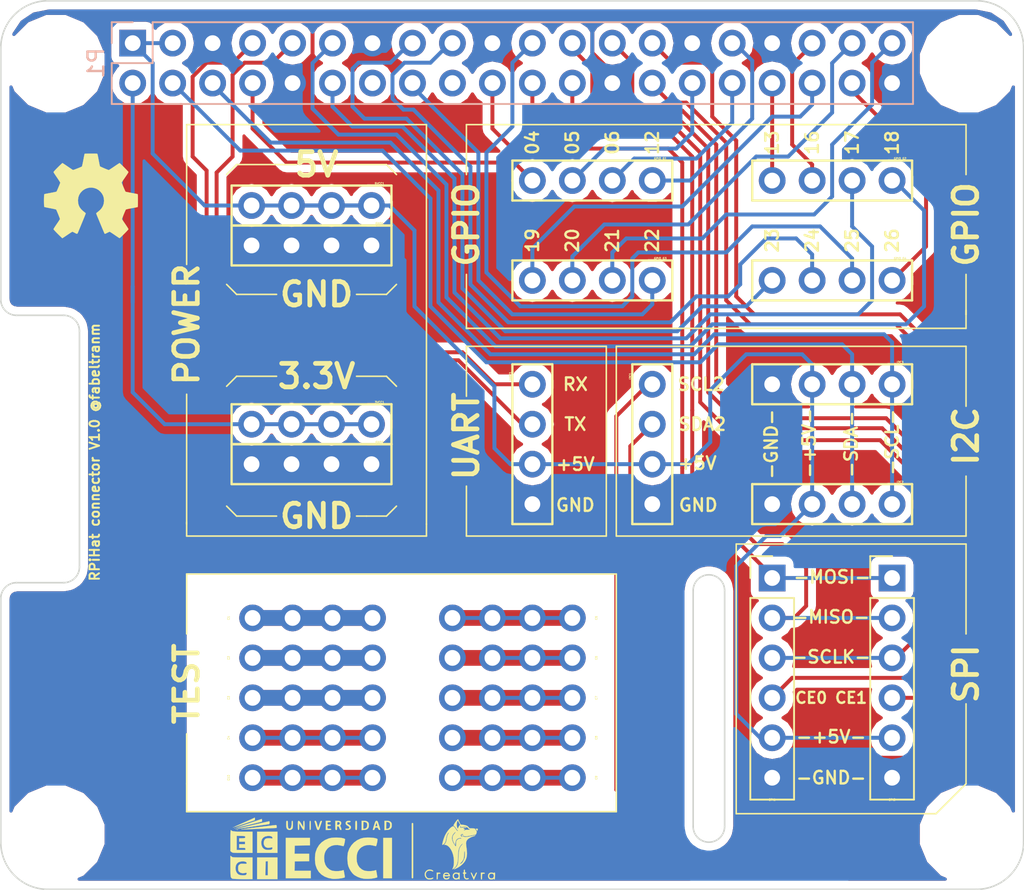
<source format=kicad_pcb>
(kicad_pcb (version 4) (host pcbnew 4.0.2-stable)
  (layers (0 F.Cu signal) (31 B.Cu signal) (34 B.Paste user) (35 F.Paste user hide) (36 B.SilkS user hide) (37 F.SilkS user) (38 B.Mask user) (39 F.Mask user) (44 Edge.Cuts user))
  (net 0 "")
  (net 1 GND)
  (net 2 GPIO16)
  (net 3 GPIO21)
  (net 4 GPIO20)
  (net 5 GPIO24)
  (net 6 SPI_CE0_N)
  (net 7 GPIO25)
  (net 8 GPIO12)
  (net 9 SCL2)
  (net 10 SPI_CE1_N)
  (net 11 RX_UART)
  (net 12 GPIO18)
  (net 13 GPIO23)
  (net 14 TX_UART)
  (net 15 +5V)
  (net 16 GPIO26)
  (net 17 GPIO13)
  (net 18 GPIO19)
  (net 19 SDA2)
  (net 20 GPIO05)
  (net 21 GPIO06)
  (net 22 SPI_CLK)
  (net 23 SPI_MISO)
  (net 24 SPI_MOSI)
  (net 25 SDA1)
  (net 26 +3V3)
  (net 27 SCL1)
  (net 28 GPIO04)
  (net 29 GPIO22)
  (net 30 GPIO17)
  (net 31 "Net-(C1-Pad1)")
  (net 32 "Net-(C2-Pad1)")
  (net 33 "Net-(C3-Pad1)")
  (net 34 "Net-(C4-Pad1)")
  (net 35 "Net-(C5-Pad1)")
  (net 36 "Net-(C6-Pad1)")
  (net 37 "Net-(C7-Pad1)")
  (net 38 "Net-(C8-Pad1)")
  (net 39 "Net-(C9-Pad1)")
  (net 40 "Net-(C10-Pad1)")
  (module RPi_Hat:RPi_Hat_Mounting_Hole (layer F.Cu) (at 152.559 69.786)
    (fp_text reference "" hide)
    (fp_text value "" hide)
    (pad "" np_thru_hole circle (at 0 0) (size 2.75 2.75) (drill 2.75) (layers *.Cu *.Mask) (clearance 1.725))
  )
  (module RPi_Hat:RPi_Hat_Mounting_Hole (layer F.Cu) (at 152.559 118.786)
    (fp_text reference "" hide)
    (fp_text value "" hide)
    (pad "" np_thru_hole circle (at 0 0) (size 2.75 2.75) (drill 2.75) (layers *.Cu *.Mask) (clearance 1.725))
  )
  (module RPi_Hat:RPi_Hat_Mounting_Hole (layer F.Cu) (at 94.559 118.786)
    (fp_text reference "" hide)
    (fp_text value "" hide)
    (pad "" np_thru_hole circle (at 0 0) (size 2.75 2.75) (drill 2.75) (layers *.Cu *.Mask) (clearance 1.725))
  )
  (module RPi_Hat:RPi_Hat_Mounting_Hole (layer F.Cu) (at 94.559 69.786)
    (fp_text reference "" hide)
    (fp_text value "" hide)
    (pad "" np_thru_hole circle (at 0 0) (size 2.75 2.75) (drill 2.75) (layers *.Cu *.Mask) (clearance 1.725))
  )
  (module Pin_Headers:Pin_Header_Straight_1x06_Pitch2.54mm (layer F.Cu) (at 140.081 102.489)
    (fp_text reference SPI1 (at 0 14.097) (layer F.SilkS) (effects (font (size 0.127 0.127) (thickness 0.03175))))
    (fp_text value SPI0)
    (pad 1 thru_hole rect (at 0 0) (size 1.7 1.7) (drill 1) (layers *.Cu *.Mask) (net 24 SPI_MOSI))
    (pad 2 thru_hole oval (at 0 2.54) (size 1.7 1.7) (drill 1) (layers *.Cu *.Mask) (net 23 SPI_MISO))
    (pad 3 thru_hole oval (at 0 5.08) (size 1.7 1.7) (drill 1) (layers *.Cu *.Mask) (net 22 SPI_CLK))
    (pad 4 thru_hole oval (at 0 7.62) (size 1.7 1.7) (drill 1) (layers *.Cu *.Mask) (net 6 SPI_CE0_N))
    (pad 5 thru_hole oval (at 0 10.16) (size 1.7 1.7) (drill 1) (layers *.Cu *.Mask) (net 15 +5V))
    (pad 6 thru_hole oval (at 0 12.7) (size 1.7 1.7) (drill 1) (layers *.Cu *.Mask) (net 1 GND))
  )
  (module Pin_Headers:Pin_Header_Straight_1x06_Pitch2.54mm (layer F.Cu) (at 147.701 102.489)
    (fp_text reference SPI2 (at 0 14.097) (layer F.SilkS) (effects (font (size 0.127 0.127) (thickness 0.03175))))
    (fp_text value SPI1)
    (pad 1 thru_hole rect (at 0 0) (size 1.7 1.7) (drill 1) (layers *.Cu *.Mask) (net 24 SPI_MOSI))
    (pad 2 thru_hole oval (at 0 2.54) (size 1.7 1.7) (drill 1) (layers *.Cu *.Mask) (net 23 SPI_MISO))
    (pad 3 thru_hole oval (at 0 5.08) (size 1.7 1.7) (drill 1) (layers *.Cu *.Mask) (net 22 SPI_CLK))
    (pad 4 thru_hole oval (at 0 7.62) (size 1.7 1.7) (drill 1) (layers *.Cu *.Mask) (net 10 SPI_CE1_N))
    (pad 5 thru_hole oval (at 0 10.16) (size 1.7 1.7) (drill 1) (layers *.Cu *.Mask) (net 15 +5V))
    (pad 6 thru_hole oval (at 0 12.7) (size 1.7 1.7) (drill 1) (layers *.Cu *.Mask) (net 1 GND))
  )
  (module Pin_Headers:Pin_Header_Straight_2x20_Pitch2.54mm (layer B.Cu) (at 99.441 68.4784 270)
    (fp_text reference P1 (at 1.27 2.33 270) (layer B.SilkS) (effects (justify mirror)))
    (fp_text value CONN_02X20)
    (pad 1 thru_hole rect (at 0 0 270) (size 1.7 1.7) (drill 1) (layers *.Cu *.Mask) (net 15 +5V))
    (pad 2 thru_hole oval (at 2.54 0 270) (size 1.7 1.7) (drill 1) (layers *.Cu *.Mask) (net 26 +3V3))
    (pad 3 thru_hole oval (at 0 -2.54 270) (size 1.7 1.7) (drill 1) (layers *.Cu *.Mask) (net 15 +5V))
    (pad 4 thru_hole oval (at 2.54 -2.54 270) (size 1.7 1.7) (drill 1) (layers *.Cu *.Mask) (net 25 SDA1))
    (pad 5 thru_hole oval (at 0 -5.08 270) (size 1.7 1.7) (drill 1) (layers *.Cu *.Mask) (net 1 GND))
    (pad 6 thru_hole oval (at 2.54 -5.08 270) (size 1.7 1.7) (drill 1) (layers *.Cu *.Mask) (net 27 SCL1))
    (pad 7 thru_hole oval (at 0 -7.62 270) (size 1.7 1.7) (drill 1) (layers *.Cu *.Mask) (net 14 TX_UART))
    (pad 8 thru_hole oval (at 2.54 -7.62 270) (size 1.7 1.7) (drill 1) (layers *.Cu *.Mask) (net 28 GPIO04))
    (pad 9 thru_hole oval (at 0 -10.16 270) (size 1.7 1.7) (drill 1) (layers *.Cu *.Mask) (net 11 RX_UART))
    (pad 10 thru_hole oval (at 2.54 -10.16 270) (size 1.7 1.7) (drill 1) (layers *.Cu *.Mask) (net 1 GND))
    (pad 11 thru_hole oval (at 0 -12.7 270) (size 1.7 1.7) (drill 1) (layers *.Cu *.Mask) (net 12 GPIO18))
    (pad 12 thru_hole oval (at 2.54 -12.7 270) (size 1.7 1.7) (drill 1) (layers *.Cu *.Mask) (net 30 GPIO17))
    (pad 13 thru_hole oval (at 0 -15.24 270) (size 1.7 1.7) (drill 1) (layers *.Cu *.Mask) (net 1 GND))
    (pad 14 thru_hole oval (at 2.54 -15.24 270) (size 1.7 1.7) (drill 1) (layers *.Cu *.Mask))
    (pad 15 thru_hole oval (at 0 -17.78 270) (size 1.7 1.7) (drill 1) (layers *.Cu *.Mask) (net 13 GPIO23))
    (pad 16 thru_hole oval (at 2.54 -17.78 270) (size 1.7 1.7) (drill 1) (layers *.Cu *.Mask) (net 29 GPIO22))
    (pad 17 thru_hole oval (at 0 -20.32 270) (size 1.7 1.7) (drill 1) (layers *.Cu *.Mask) (net 5 GPIO24))
    (pad 18 thru_hole oval (at 2.54 -20.32 270) (size 1.7 1.7) (drill 1) (layers *.Cu *.Mask))
    (pad 19 thru_hole oval (at 0 -22.86 270) (size 1.7 1.7) (drill 1) (layers *.Cu *.Mask) (net 1 GND))
    (pad 20 thru_hole oval (at 2.54 -22.86 270) (size 1.7 1.7) (drill 1) (layers *.Cu *.Mask) (net 24 SPI_MOSI))
    (pad 21 thru_hole oval (at 0 -25.4 270) (size 1.7 1.7) (drill 1) (layers *.Cu *.Mask) (net 7 GPIO25))
    (pad 22 thru_hole oval (at 2.54 -25.4 270) (size 1.7 1.7) (drill 1) (layers *.Cu *.Mask) (net 23 SPI_MISO))
    (pad 23 thru_hole oval (at 0 -27.94 270) (size 1.7 1.7) (drill 1) (layers *.Cu *.Mask) (net 6 SPI_CE0_N))
    (pad 24 thru_hole oval (at 2.54 -27.94 270) (size 1.7 1.7) (drill 1) (layers *.Cu *.Mask) (net 22 SPI_CLK))
    (pad 25 thru_hole oval (at 0 -30.48 270) (size 1.7 1.7) (drill 1) (layers *.Cu *.Mask) (net 10 SPI_CE1_N))
    (pad 26 thru_hole oval (at 2.54 -30.48 270) (size 1.7 1.7) (drill 1) (layers *.Cu *.Mask) (net 1 GND))
    (pad 27 thru_hole oval (at 0 -33.02 270) (size 1.7 1.7) (drill 1) (layers *.Cu *.Mask) (net 9 SCL2))
    (pad 28 thru_hole oval (at 2.54 -33.02 270) (size 1.7 1.7) (drill 1) (layers *.Cu *.Mask) (net 19 SDA2))
    (pad 29 thru_hole oval (at 0 -35.56 270) (size 1.7 1.7) (drill 1) (layers *.Cu *.Mask) (net 1 GND))
    (pad 30 thru_hole oval (at 2.54 -35.56 270) (size 1.7 1.7) (drill 1) (layers *.Cu *.Mask) (net 20 GPIO05))
    (pad 31 thru_hole oval (at 0 -38.1 270) (size 1.7 1.7) (drill 1) (layers *.Cu *.Mask) (net 8 GPIO12))
    (pad 32 thru_hole oval (at 2.54 -38.1 270) (size 1.7 1.7) (drill 1) (layers *.Cu *.Mask) (net 21 GPIO06))
    (pad 33 thru_hole oval (at 0 -40.64 270) (size 1.7 1.7) (drill 1) (layers *.Cu *.Mask) (net 1 GND))
    (pad 34 thru_hole oval (at 2.54 -40.64 270) (size 1.7 1.7) (drill 1) (layers *.Cu *.Mask) (net 17 GPIO13))
    (pad 35 thru_hole oval (at 0 -43.18 270) (size 1.7 1.7) (drill 1) (layers *.Cu *.Mask) (net 2 GPIO16))
    (pad 36 thru_hole oval (at 2.54 -43.18 270) (size 1.7 1.7) (drill 1) (layers *.Cu *.Mask) (net 18 GPIO19))
    (pad 37 thru_hole oval (at 0 -45.72 270) (size 1.7 1.7) (drill 1) (layers *.Cu *.Mask) (net 4 GPIO20))
    (pad 38 thru_hole oval (at 2.54 -45.72 270) (size 1.7 1.7) (drill 1) (layers *.Cu *.Mask) (net 16 GPIO26))
    (pad 39 thru_hole oval (at 0 -48.26 270) (size 1.7 1.7) (drill 1) (layers *.Cu *.Mask) (net 3 GPIO21))
    (pad 40 thru_hole oval (at 2.54 -48.26 270) (size 1.7 1.7) (drill 1) (layers *.Cu *.Mask) (net 1 GND))
  )
  (module RPi_Expansion_Board:openHW (layer F.Cu) (at 96.774 78.232)
    (fp_text reference G*** hide)
    (fp_text value LOGO hide)
  )
  (module RPi_Expansion_Board:ECCI (layer F.Cu) (at 110.998 119.888)
    (fp_text reference G*** hide)
    (fp_text value LOGO hide)
  )
  (module RPi_Expansion_Board:creatvra (layer F.Cu) (at 120.269 119.761)
    (fp_text reference G*** hide)
    (fp_text value LOGO hide)
  )
  (module RpiHat:conn1x04RpiHat (layer F.Cu) (at 107.061 105.029 90)
    (fp_text reference C1 (at 0 -1.524 270) (layer F.SilkS) (effects (font (size 0.127 0.127) (thickness 0.03175))))
    (fp_text value " ")
    (pad 1 thru_hole circle (at 0 0 90) (size 1.7 1.7) (drill 1) (layers *.Cu *.Mask) (net 31 "Net-(C1-Pad1)"))
    (pad 2 thru_hole oval (at 0 2.54 90) (size 1.7 1.7) (drill 1) (layers *.Cu *.Mask) (net 31 "Net-(C1-Pad1)"))
    (pad 3 thru_hole oval (at 0 5.08 90) (size 1.7 1.7) (drill 1) (layers *.Cu *.Mask) (net 31 "Net-(C1-Pad1)"))
    (pad 4 thru_hole oval (at 0 7.62 90) (size 1.7 1.7) (drill 1) (layers *.Cu *.Mask) (net 31 "Net-(C1-Pad1)"))
  )
  (module RpiHat:conn1x04RpiHat (layer F.Cu) (at 107.061 107.569 90)
    (fp_text reference C2 (at 0 -1.524 270) (layer F.SilkS) (effects (font (size 0.127 0.127) (thickness 0.03175))))
    (fp_text value " ")
    (pad 1 thru_hole circle (at 0 0 90) (size 1.7 1.7) (drill 1) (layers *.Cu *.Mask) (net 32 "Net-(C2-Pad1)"))
    (pad 2 thru_hole oval (at 0 2.54 90) (size 1.7 1.7) (drill 1) (layers *.Cu *.Mask) (net 32 "Net-(C2-Pad1)"))
    (pad 3 thru_hole oval (at 0 5.08 90) (size 1.7 1.7) (drill 1) (layers *.Cu *.Mask) (net 32 "Net-(C2-Pad1)"))
    (pad 4 thru_hole oval (at 0 7.62 90) (size 1.7 1.7) (drill 1) (layers *.Cu *.Mask) (net 32 "Net-(C2-Pad1)"))
  )
  (module RpiHat:conn1x04RpiHat (layer F.Cu) (at 107.061 110.109 90)
    (fp_text reference C3 (at 0 -1.524 270) (layer F.SilkS) (effects (font (size 0.127 0.127) (thickness 0.03175))))
    (fp_text value " ")
    (pad 1 thru_hole circle (at 0 0 90) (size 1.7 1.7) (drill 1) (layers *.Cu *.Mask) (net 33 "Net-(C3-Pad1)"))
    (pad 2 thru_hole oval (at 0 2.54 90) (size 1.7 1.7) (drill 1) (layers *.Cu *.Mask) (net 33 "Net-(C3-Pad1)"))
    (pad 3 thru_hole oval (at 0 5.08 90) (size 1.7 1.7) (drill 1) (layers *.Cu *.Mask) (net 33 "Net-(C3-Pad1)"))
    (pad 4 thru_hole oval (at 0 7.62 90) (size 1.7 1.7) (drill 1) (layers *.Cu *.Mask) (net 33 "Net-(C3-Pad1)"))
  )
  (module RpiHat:conn1x04RpiHat (layer F.Cu) (at 107.061 112.649 90)
    (fp_text reference C4 (at 0 -1.524 270) (layer F.SilkS) (effects (font (size 0.127 0.127) (thickness 0.03175))))
    (fp_text value " ")
    (pad 1 thru_hole circle (at 0 0 90) (size 1.7 1.7) (drill 1) (layers *.Cu *.Mask) (net 34 "Net-(C4-Pad1)"))
    (pad 2 thru_hole oval (at 0 2.54 90) (size 1.7 1.7) (drill 1) (layers *.Cu *.Mask) (net 34 "Net-(C4-Pad1)"))
    (pad 3 thru_hole oval (at 0 5.08 90) (size 1.7 1.7) (drill 1) (layers *.Cu *.Mask) (net 34 "Net-(C4-Pad1)"))
    (pad 4 thru_hole oval (at 0 7.62 90) (size 1.7 1.7) (drill 1) (layers *.Cu *.Mask) (net 34 "Net-(C4-Pad1)"))
  )
  (module RpiHat:conn1x04RpiHat (layer F.Cu) (at 107.061 115.189 90)
    (fp_text reference C10 (at 0 -1.524 270) (layer F.SilkS) (effects (font (size 0.127 0.127) (thickness 0.03175))))
    (fp_text value " ")
    (pad 1 thru_hole circle (at 0 0 90) (size 1.7 1.7) (drill 1) (layers *.Cu *.Mask) (net 40 "Net-(C10-Pad1)"))
    (pad 2 thru_hole oval (at 0 2.54 90) (size 1.7 1.7) (drill 1) (layers *.Cu *.Mask) (net 40 "Net-(C10-Pad1)"))
    (pad 3 thru_hole oval (at 0 5.08 90) (size 1.7 1.7) (drill 1) (layers *.Cu *.Mask) (net 40 "Net-(C10-Pad1)"))
    (pad 4 thru_hole oval (at 0 7.62 90) (size 1.7 1.7) (drill 1) (layers *.Cu *.Mask) (net 40 "Net-(C10-Pad1)"))
  )
  (module RpiHat:conn1x04RpiHat (layer F.Cu) (at 127.381 105.029 270)
    (fp_text reference C5 (at 0 -1.524 450) (layer F.SilkS) (effects (font (size 0.127 0.127) (thickness 0.03175))))
    (fp_text value " ")
    (pad 1 thru_hole circle (at 0 0 270) (size 1.7 1.7) (drill 1) (layers *.Cu *.Mask) (net 35 "Net-(C5-Pad1)"))
    (pad 2 thru_hole oval (at 0 2.54 270) (size 1.7 1.7) (drill 1) (layers *.Cu *.Mask) (net 35 "Net-(C5-Pad1)"))
    (pad 3 thru_hole oval (at 0 5.08 270) (size 1.7 1.7) (drill 1) (layers *.Cu *.Mask) (net 35 "Net-(C5-Pad1)"))
    (pad 4 thru_hole oval (at 0 7.62 270) (size 1.7 1.7) (drill 1) (layers *.Cu *.Mask) (net 35 "Net-(C5-Pad1)"))
  )
  (module RpiHat:conn1x04RpiHat (layer F.Cu) (at 127.381 107.569 270)
    (fp_text reference C6 (at 0 -1.524 450) (layer F.SilkS) (effects (font (size 0.127 0.127) (thickness 0.03175))))
    (fp_text value " ")
    (pad 1 thru_hole circle (at 0 0 270) (size 1.7 1.7) (drill 1) (layers *.Cu *.Mask) (net 36 "Net-(C6-Pad1)"))
    (pad 2 thru_hole oval (at 0 2.54 270) (size 1.7 1.7) (drill 1) (layers *.Cu *.Mask) (net 36 "Net-(C6-Pad1)"))
    (pad 3 thru_hole oval (at 0 5.08 270) (size 1.7 1.7) (drill 1) (layers *.Cu *.Mask) (net 36 "Net-(C6-Pad1)"))
    (pad 4 thru_hole oval (at 0 7.62 270) (size 1.7 1.7) (drill 1) (layers *.Cu *.Mask) (net 36 "Net-(C6-Pad1)"))
  )
  (module RpiHat:conn1x04RpiHat (layer F.Cu) (at 127.381 110.109 270)
    (fp_text reference C7 (at 0 -1.524 450) (layer F.SilkS) (effects (font (size 0.127 0.127) (thickness 0.03175))))
    (fp_text value " ")
    (pad 1 thru_hole circle (at 0 0 270) (size 1.7 1.7) (drill 1) (layers *.Cu *.Mask) (net 37 "Net-(C7-Pad1)"))
    (pad 2 thru_hole oval (at 0 2.54 270) (size 1.7 1.7) (drill 1) (layers *.Cu *.Mask) (net 37 "Net-(C7-Pad1)"))
    (pad 3 thru_hole oval (at 0 5.08 270) (size 1.7 1.7) (drill 1) (layers *.Cu *.Mask) (net 37 "Net-(C7-Pad1)"))
    (pad 4 thru_hole oval (at 0 7.62 270) (size 1.7 1.7) (drill 1) (layers *.Cu *.Mask) (net 37 "Net-(C7-Pad1)"))
  )
  (module RpiHat:conn1x04RpiHat (layer F.Cu) (at 127.381 112.649 270)
    (fp_text reference C8 (at 0 -1.524 450) (layer F.SilkS) (effects (font (size 0.127 0.127) (thickness 0.03175))))
    (fp_text value " ")
    (pad 1 thru_hole circle (at 0 0 270) (size 1.7 1.7) (drill 1) (layers *.Cu *.Mask) (net 38 "Net-(C8-Pad1)"))
    (pad 2 thru_hole oval (at 0 2.54 270) (size 1.7 1.7) (drill 1) (layers *.Cu *.Mask) (net 38 "Net-(C8-Pad1)"))
    (pad 3 thru_hole oval (at 0 5.08 270) (size 1.7 1.7) (drill 1) (layers *.Cu *.Mask) (net 38 "Net-(C8-Pad1)"))
    (pad 4 thru_hole oval (at 0 7.62 270) (size 1.7 1.7) (drill 1) (layers *.Cu *.Mask) (net 38 "Net-(C8-Pad1)"))
  )
  (module RpiHat:conn1x04RpiHat (layer F.Cu) (at 127.381 115.189 270)
    (fp_text reference C9 (at 0 -1.524 450) (layer F.SilkS) (effects (font (size 0.127 0.127) (thickness 0.03175))))
    (fp_text value " ")
    (pad 1 thru_hole circle (at 0 0 270) (size 1.7 1.7) (drill 1) (layers *.Cu *.Mask) (net 39 "Net-(C9-Pad1)"))
    (pad 2 thru_hole oval (at 0 2.54 270) (size 1.7 1.7) (drill 1) (layers *.Cu *.Mask) (net 39 "Net-(C9-Pad1)"))
    (pad 3 thru_hole oval (at 0 5.08 270) (size 1.7 1.7) (drill 1) (layers *.Cu *.Mask) (net 39 "Net-(C9-Pad1)"))
    (pad 4 thru_hole oval (at 0 7.62 270) (size 1.7 1.7) (drill 1) (layers *.Cu *.Mask) (net 39 "Net-(C9-Pad1)"))
  )
  (module RpiHat:conn1x04RpiHat_02 (layer F.Cu) (at 114.6175 78.8035 270)
    (fp_text reference 5VCC1 (at -1.397 -0.508 360) (layer F.SilkS) (effects (font (size 0.127 0.127) (thickness 0.03175))))
    (fp_text value 5VCC)
    (pad 1 thru_hole circle (at 0 0 270) (size 1.7 1.7) (drill 1) (layers *.Cu *.Mask) (net 15 +5V))
    (pad 2 thru_hole oval (at 0 2.54 270) (size 1.7 1.7) (drill 1) (layers *.Cu *.Mask) (net 15 +5V))
    (pad 3 thru_hole oval (at 0 5.08 270) (size 1.7 1.7) (drill 1) (layers *.Cu *.Mask) (net 15 +5V))
    (pad 4 thru_hole oval (at 0 7.62 270) (size 1.7 1.7) (drill 1) (layers *.Cu *.Mask) (net 15 +5V))
  )
  (module RpiHat:conn1x04RpiHat_02 (layer F.Cu) (at 114.6175 81.3435 270)
    (fp_text reference GND1 (at -1.397 -0.508 360) (layer F.SilkS) (effects (font (size 0.127 0.127) (thickness 0.03175))))
    (fp_text value GND)
    (pad 1 thru_hole circle (at 0 0 270) (size 1.7 1.7) (drill 1) (layers *.Cu *.Mask) (net 1 GND))
    (pad 2 thru_hole oval (at 0 2.54 270) (size 1.7 1.7) (drill 1) (layers *.Cu *.Mask) (net 1 GND))
    (pad 3 thru_hole oval (at 0 5.08 270) (size 1.7 1.7) (drill 1) (layers *.Cu *.Mask) (net 1 GND))
    (pad 4 thru_hole oval (at 0 7.62 270) (size 1.7 1.7) (drill 1) (layers *.Cu *.Mask) (net 1 GND))
  )
  (module RpiHat:conn1x04RpiHat_02 (layer F.Cu) (at 114.6175 92.71 270)
    (fp_text reference 3VCC1 (at -1.397 -0.508 360) (layer F.SilkS) (effects (font (size 0.127 0.127) (thickness 0.03175))))
    (fp_text value 3.3VCC)
    (pad 1 thru_hole circle (at 0 0 270) (size 1.7 1.7) (drill 1) (layers *.Cu *.Mask) (net 26 +3V3))
    (pad 2 thru_hole oval (at 0 2.54 270) (size 1.7 1.7) (drill 1) (layers *.Cu *.Mask) (net 26 +3V3))
    (pad 3 thru_hole oval (at 0 5.08 270) (size 1.7 1.7) (drill 1) (layers *.Cu *.Mask) (net 26 +3V3))
    (pad 4 thru_hole oval (at 0 7.62 270) (size 1.7 1.7) (drill 1) (layers *.Cu *.Mask) (net 26 +3V3))
  )
  (module RpiHat:conn1x04RpiHat_02 (layer F.Cu) (at 114.6175 95.25 270)
    (fp_text reference GND2 (at -1.397 -0.508 360) (layer F.SilkS) (effects (font (size 0.127 0.127) (thickness 0.03175))))
    (fp_text value GND)
    (pad 1 thru_hole circle (at 0 0 270) (size 1.7 1.7) (drill 1) (layers *.Cu *.Mask) (net 1 GND))
    (pad 2 thru_hole oval (at 0 2.54 270) (size 1.7 1.7) (drill 1) (layers *.Cu *.Mask) (net 1 GND))
    (pad 3 thru_hole oval (at 0 5.08 270) (size 1.7 1.7) (drill 1) (layers *.Cu *.Mask) (net 1 GND))
    (pad 4 thru_hole oval (at 0 7.62 270) (size 1.7 1.7) (drill 1) (layers *.Cu *.Mask) (net 1 GND))
  )
  (module RpiHat:conn1x04RpiHat_02 (layer F.Cu) (at 124.841 90.17)
    (fp_text reference UART1 (at -1.397 -0.508 90) (layer F.SilkS) (effects (font (size 0.127 0.127) (thickness 0.03175))))
    (fp_text value UART)
    (pad 1 thru_hole circle (at 0 0) (size 1.7 1.7) (drill 1) (layers *.Cu *.Mask) (net 11 RX_UART))
    (pad 2 thru_hole oval (at 0 2.54) (size 1.7 1.7) (drill 1) (layers *.Cu *.Mask) (net 14 TX_UART))
    (pad 3 thru_hole oval (at 0 5.08) (size 1.7 1.7) (drill 1) (layers *.Cu *.Mask) (net 15 +5V))
    (pad 4 thru_hole oval (at 0 7.62) (size 1.7 1.7) (drill 1) (layers *.Cu *.Mask) (net 1 GND))
  )
  (module RpiHat:conn1x04RpiHat_02 (layer F.Cu) (at 132.461 77.216 270)
    (fp_text reference GPIO_G1 (at -1.397 -0.508 360) (layer F.SilkS) (effects (font (size 0.127 0.127) (thickness 0.03175))))
    (fp_text value GPIO_G1)
    (pad 1 thru_hole circle (at 0 0 270) (size 1.7 1.7) (drill 1) (layers *.Cu *.Mask) (net 8 GPIO12))
    (pad 2 thru_hole oval (at 0 2.54 270) (size 1.7 1.7) (drill 1) (layers *.Cu *.Mask) (net 21 GPIO06))
    (pad 3 thru_hole oval (at 0 5.08 270) (size 1.7 1.7) (drill 1) (layers *.Cu *.Mask) (net 20 GPIO05))
    (pad 4 thru_hole oval (at 0 7.62 270) (size 1.7 1.7) (drill 1) (layers *.Cu *.Mask) (net 28 GPIO04))
  )
  (module RpiHat:conn1x04RpiHat_02 (layer F.Cu) (at 132.461 83.566 270)
    (fp_text reference GPIO_G3 (at -1.397 -0.508 360) (layer F.SilkS) (effects (font (size 0.127 0.127) (thickness 0.03175))))
    (fp_text value GPIO_G3)
    (pad 1 thru_hole circle (at 0 0 270) (size 1.7 1.7) (drill 1) (layers *.Cu *.Mask) (net 29 GPIO22))
    (pad 2 thru_hole oval (at 0 2.54 270) (size 1.7 1.7) (drill 1) (layers *.Cu *.Mask) (net 3 GPIO21))
    (pad 3 thru_hole oval (at 0 5.08 270) (size 1.7 1.7) (drill 1) (layers *.Cu *.Mask) (net 4 GPIO20))
    (pad 4 thru_hole oval (at 0 7.62 270) (size 1.7 1.7) (drill 1) (layers *.Cu *.Mask) (net 18 GPIO19))
  )
  (module RpiHat:conn1x04RpiHat_02 (layer F.Cu) (at 147.701 77.216 270)
    (fp_text reference GPIO_G2 (at -1.397 -0.508 360) (layer F.SilkS) (effects (font (size 0.127 0.127) (thickness 0.03175))))
    (fp_text value GPIO_G2)
    (pad 1 thru_hole circle (at 0 0 270) (size 1.7 1.7) (drill 1) (layers *.Cu *.Mask) (net 12 GPIO18))
    (pad 2 thru_hole oval (at 0 2.54 270) (size 1.7 1.7) (drill 1) (layers *.Cu *.Mask) (net 30 GPIO17))
    (pad 3 thru_hole oval (at 0 5.08 270) (size 1.7 1.7) (drill 1) (layers *.Cu *.Mask) (net 2 GPIO16))
    (pad 4 thru_hole oval (at 0 7.62 270) (size 1.7 1.7) (drill 1) (layers *.Cu *.Mask) (net 17 GPIO13))
  )
  (module RpiHat:conn1x04RpiHat_02 (layer F.Cu) (at 147.701 83.566 270)
    (fp_text reference GPIO_G4 (at -1.397 -0.508 360) (layer F.SilkS) (effects (font (size 0.127 0.127) (thickness 0.03175))))
    (fp_text value GPIO_G4)
    (pad 1 thru_hole circle (at 0 0 270) (size 1.7 1.7) (drill 1) (layers *.Cu *.Mask) (net 16 GPIO26))
    (pad 2 thru_hole oval (at 0 2.54 270) (size 1.7 1.7) (drill 1) (layers *.Cu *.Mask) (net 7 GPIO25))
    (pad 3 thru_hole oval (at 0 5.08 270) (size 1.7 1.7) (drill 1) (layers *.Cu *.Mask) (net 5 GPIO24))
    (pad 4 thru_hole oval (at 0 7.62 270) (size 1.7 1.7) (drill 1) (layers *.Cu *.Mask) (net 13 GPIO23))
  )
  (module RpiHat:conn1x04RpiHat_02 (layer F.Cu) (at 132.461 90.17)
    (fp_text reference I2C1 (at -1.397 -0.508 90) (layer F.SilkS) (effects (font (size 0.127 0.127) (thickness 0.03175))))
    (fp_text value I2C2)
    (pad 1 thru_hole circle (at 0 0) (size 1.7 1.7) (drill 1) (layers *.Cu *.Mask) (net 9 SCL2))
    (pad 2 thru_hole oval (at 0 2.54) (size 1.7 1.7) (drill 1) (layers *.Cu *.Mask) (net 19 SDA2))
    (pad 3 thru_hole oval (at 0 5.08) (size 1.7 1.7) (drill 1) (layers *.Cu *.Mask) (net 15 +5V))
    (pad 4 thru_hole oval (at 0 7.62) (size 1.7 1.7) (drill 1) (layers *.Cu *.Mask) (net 1 GND))
  )
  (module RpiHat:conn1x04RpiHat_02 (layer F.Cu) (at 147.701 97.79 270)
    (fp_text reference I2C2 (at -1.397 -0.508 360) (layer F.SilkS) (effects (font (size 0.127 0.127) (thickness 0.03175))))
    (fp_text value I2C1)
    (pad 1 thru_hole circle (at 0 0 270) (size 1.7 1.7) (drill 1) (layers *.Cu *.Mask) (net 27 SCL1))
    (pad 2 thru_hole oval (at 0 2.54 270) (size 1.7 1.7) (drill 1) (layers *.Cu *.Mask) (net 25 SDA1))
    (pad 3 thru_hole oval (at 0 5.08 270) (size 1.7 1.7) (drill 1) (layers *.Cu *.Mask) (net 15 +5V))
    (pad 4 thru_hole oval (at 0 7.62 270) (size 1.7 1.7) (drill 1) (layers *.Cu *.Mask) (net 1 GND))
  )
  (module RpiHat:conn1x04RpiHat_02 (layer F.Cu) (at 147.701 90.17 270)
    (fp_text reference I2C3 (at -1.397 -0.508 360) (layer F.SilkS) (effects (font (size 0.127 0.127) (thickness 0.03175))))
    (fp_text value I2C1)
    (pad 1 thru_hole circle (at 0 0 270) (size 1.7 1.7) (drill 1) (layers *.Cu *.Mask) (net 27 SCL1))
    (pad 2 thru_hole oval (at 0 2.54 270) (size 1.7 1.7) (drill 1) (layers *.Cu *.Mask) (net 25 SDA1))
    (pad 3 thru_hole oval (at 0 5.08 270) (size 1.7 1.7) (drill 1) (layers *.Cu *.Mask) (net 15 +5V))
    (pad 4 thru_hole oval (at 0 7.62 270) (size 1.7 1.7) (drill 1) (layers *.Cu *.Mask) (net 1 GND))
  )
  (gr_text "RPiHat connector V1.0 @fabeltranm" (at 97.028 94.488 90) (layer F.SilkS) (effects (font (size 0.6 0.6) (thickness 0.125))))
  (gr_line (start 117.221 118.11) (end 117.221 121.539) (angle 90) (layer F.SilkS) (width 0.1))
  (gr_line (start 120.65 86.614) (end 120.777 86.614) (angle 90) (layer F.SilkS) (width 0.1))
  (gr_line (start 120.65 85.725) (end 120.65 86.614) (angle 90) (layer F.SilkS) (width 0.1))
  (gr_line (start 152.4 85.725) (end 152.4 85.471) (angle 90) (layer F.SilkS) (width 0.1))
  (gr_line (start 152.4 86.614) (end 152.4 85.725) (angle 90) (layer F.SilkS) (width 0.1))
  (gr_line (start 102.87 98.933) (end 102.87 99.822) (angle 90) (layer F.SilkS) (width 0.1))
  (gr_line (start 118.11 99.06) (end 118.11 99.822) (angle 90) (layer F.SilkS) (width 0.1))
  (gr_line (start 102.87 117.348) (end 102.87 115.57) (angle 90) (layer F.SilkS) (width 0.1))
  (gr_line (start 130.175 117.348) (end 102.87 117.348) (angle 90) (layer F.SilkS) (width 0.1))
  (gr_line (start 130.175 115.57) (end 130.175 117.348) (angle 90) (layer F.SilkS) (width 0.1))
  (gr_line (start 108.585 98.552) (end 106.045 98.552) (angle 90) (layer F.SilkS) (width 0.1))
  (gr_line (start 113.665 98.552) (end 114.3 98.552) (angle 90) (layer F.SilkS) (width 0.1))
  (gr_line (start 108.585 84.455) (end 106.045 84.455) (angle 90) (layer F.SilkS) (width 0.1))
  (gr_line (start 102.87 99.06) (end 102.87 90.805) (angle 90) (layer F.SilkS) (width 0.1))
  (gr_line (start 106.045 98.552) (end 105.41 97.917) (angle 90) (layer F.SilkS) (width 0.1))
  (gr_line (start 115.57 98.552) (end 116.205 97.917) (angle 90) (layer F.SilkS) (width 0.1))
  (gr_line (start 114.3 98.552) (end 115.57 98.552) (angle 90) (layer F.SilkS) (width 0.1))
  (gr_line (start 106.045 89.662) (end 105.41 90.297) (angle 90) (layer F.SilkS) (width 0.1))
  (gr_line (start 108.585 89.662) (end 106.045 89.662) (angle 90) (layer F.SilkS) (width 0.1))
  (gr_line (start 115.57 89.662) (end 116.205 90.297) (angle 90) (layer F.SilkS) (width 0.1))
  (gr_line (start 113.665 89.662) (end 115.57 89.662) (angle 90) (layer F.SilkS) (width 0.1))
  (gr_line (start 106.045 84.455) (end 105.41 83.82) (angle 90) (layer F.SilkS) (width 0.1))
  (gr_line (start 115.57 84.455) (end 116.205 83.82) (angle 90) (layer F.SilkS) (width 0.1))
  (gr_line (start 113.665 84.455) (end 115.57 84.455) (angle 90) (layer F.SilkS) (width 0.1))
  (gr_line (start 106.045 76.2) (end 105.41 76.835) (angle 90) (layer F.SilkS) (width 0.1))
  (gr_line (start 109.855 76.2) (end 106.045 76.2) (angle 90) (layer F.SilkS) (width 0.1))
  (gr_line (start 115.57 76.2) (end 116.205 76.835) (angle 90) (layer F.SilkS) (width 0.1))
  (gr_line (start 112.395 76.2) (end 115.57 76.2) (angle 90) (layer F.SilkS) (width 0.1))
  (gr_line (start 102.87 115.57) (end 102.87 112.395) (angle 90) (layer F.SilkS) (width 0.1))
  (gr_line (start 130.175 102.235) (end 130.175 115.57) (angle 90) (layer F.SilkS) (width 0.1))
  (gr_line (start 102.87 102.235) (end 130.175 102.235) (angle 90) (layer F.SilkS) (width 0.1))
  (gr_line (start 102.87 106.045) (end 102.87 102.235) (angle 90) (layer F.SilkS) (width 0.1))
  (gr_line (start 118.11 73.66) (end 117.475 73.66) (angle 90) (layer F.SilkS) (width 0.1))
  (gr_line (start 118.11 99.06) (end 118.11 73.66) (angle 90) (layer F.SilkS) (width 0.1))
  (gr_line (start 102.87 99.822) (end 118.11 99.822) (angle 90) (layer F.SilkS) (width 0.1))
  (gr_line (start 102.87 73.66) (end 102.87 82.55) (angle 90) (layer F.SilkS) (width 0.1))
  (gr_line (start 117.475 73.66) (end 102.87 73.66) (angle 90) (layer F.SilkS) (width 0.1))
  (gr_line (start 152.4 115.57) (end 152.4 110.49) (angle 90) (layer F.SilkS) (width 0.1))
  (gr_line (start 150.495 117.475) (end 152.4 115.57) (angle 90) (layer F.SilkS) (width 0.1))
  (gr_line (start 137.795 117.475) (end 150.495 117.475) (angle 90) (layer F.SilkS) (width 0.1))
  (gr_line (start 137.795 100.33) (end 137.795 117.475) (angle 90) (layer F.SilkS) (width 0.1))
  (gr_line (start 152.4 100.33) (end 137.795 100.33) (angle 90) (layer F.SilkS) (width 0.1))
  (gr_line (start 152.4 106.045) (end 152.4 100.33) (angle 90) (layer F.SilkS) (width 0.1))
  (gr_line (start 120.65 99.822) (end 120.65 96.647) (angle 90) (layer F.SilkS) (width 0.1))
  (gr_line (start 129.54 99.822) (end 120.65 99.822) (angle 90) (layer F.SilkS) (width 0.1))
  (gr_line (start 129.54 87.757) (end 129.54 99.822) (angle 90) (layer F.SilkS) (width 0.1))
  (gr_line (start 120.65 87.757) (end 120.65 90.932) (angle 90) (layer F.SilkS) (width 0.1))
  (gr_line (start 129.54 87.757) (end 120.65 87.757) (angle 90) (layer F.SilkS) (width 0.1))
  (gr_line (start 152.4 99.822) (end 152.4 96.012) (angle 90) (layer F.SilkS) (width 0.1))
  (gr_line (start 130.175 99.822) (end 152.4 99.822) (angle 90) (layer F.SilkS) (width 0.1))
  (gr_line (start 130.175 87.757) (end 130.175 99.822) (angle 90) (layer F.SilkS) (width 0.1))
  (gr_line (start 152.4 87.757) (end 130.175 87.757) (angle 90) (layer F.SilkS) (width 0.1))
  (gr_line (start 152.4 91.567) (end 152.4 87.757) (angle 90) (layer F.SilkS) (width 0.1))
  (gr_line (start 152.4 85.725) (end 152.4 83.185) (angle 90) (layer F.SilkS) (width 0.1))
  (gr_line (start 120.65 86.614) (end 152.4 86.614) (angle 90) (layer F.SilkS) (width 0.1))
  (gr_line (start 120.65 83.185) (end 120.65 85.725) (angle 90) (layer F.SilkS) (width 0.1))
  (gr_line (start 120.65 73.66) (end 120.65 76.835) (angle 90) (layer F.SilkS) (width 0.1))
  (gr_line (start 152.4 73.66) (end 120.65 73.66) (angle 90) (layer F.SilkS) (width 0.1))
  (gr_line (start 152.4 76.835) (end 152.4 73.66) (angle 90) (layer F.SilkS) (width 0.1))
  (gr_text TEST (at 102.87 109.22 90) (layer F.SilkS) (effects (font (size 1.5 1.5) (thickness 0.3))))
  (gr_text POWER (at 102.87 86.36 90) (layer F.SilkS) (effects (font (size 1.5 1.5) (thickness 0.3))))
  (gr_text GPIO (at 120.65 80.01 90) (layer F.SilkS) (effects (font (size 1.5 1.5) (thickness 0.3))))
  (gr_text RX (at 127.5715 90.17) (layer F.SilkS) (effects (font (size 0.8 0.8))))
  (gr_text TX (at 127.5715 92.71) (layer F.SilkS) (effects (font (size 0.8 0.8))))
  (gr_text +5V (at 127.5715 95.25) (layer F.SilkS) (effects (font (size 0.8 0.8))))
  (gr_text GND (at 127.5715 97.8535) (layer F.SilkS) (effects (font (size 0.8 0.8))))
  (gr_text -GND- (at 143.8275 115.189) (layer F.SilkS) (effects (font (size 0.8 0.8))))
  (gr_text -+5V- (at 143.8275 112.5855) (layer F.SilkS) (effects (font (size 0.8 0.8))))
  (gr_text "CE0 CE1" (at 143.8275 110.109) (layer F.SilkS) (effects (font (size 0.7 0.7))))
  (gr_text -SCLK- (at 143.8275 107.5055) (layer F.SilkS) (effects (font (size 0.8 0.8))))
  (gr_text -MISO- (at 143.8275 104.9655) (layer F.SilkS) (effects (font (size 0.8 0.8))))
  (gr_text -MOSI- (at 143.891 102.4255) (layer F.SilkS) (effects (font (size 0.8 0.8))))
  (gr_text GND (at 135.382 97.8535) (layer F.SilkS) (effects (font (size 0.8 0.8))))
  (gr_text +5V (at 135.3185 95.1865) (layer F.SilkS) (effects (font (size 0.8 0.8))))
  (gr_text SDA2 (at 135.636 92.71) (layer F.SilkS) (effects (font (size 0.8 0.8))))
  (gr_text SCL2 (at 135.5725 90.17) (layer F.SilkS) (effects (font (size 0.8 0.8))))
  (gr_text UART (at 120.65 93.472 90) (layer F.SilkS) (effects (font (size 1.5 1.5) (thickness 0.3))))
  (gr_text -GND- (at 140.0175 93.98 90) (layer F.SilkS) (effects (font (size 0.8 0.8))))
  (gr_text -+5V- (at 142.4305 93.9165 90) (layer F.SilkS) (effects (font (size 0.8 0.8))))
  (gr_text -SDA- (at 145.0975 93.98 90) (layer F.SilkS) (effects (font (size 0.8 0.8))))
  (gr_text -SCL- (at 147.701 93.853 90) (layer F.SilkS) (effects (font (size 0.8 0.8))))
  (gr_text 26 (at 147.701 81.026 90) (layer F.SilkS) (effects (font (size 0.8 0.8))))
  (gr_text 25 (at 145.161 81.026 90) (layer F.SilkS) (effects (font (size 0.8 0.8))))
  (gr_text 24 (at 142.621 81.026 90) (layer F.SilkS) (effects (font (size 0.8 0.8))))
  (gr_text 23 (at 140.081 81.026 90) (layer F.SilkS) (effects (font (size 0.8 0.8))))
  (gr_text 22 (at 132.461 81.026 90) (layer F.SilkS) (effects (font (size 0.8 0.8))))
  (gr_text 21 (at 129.921 81.026 90) (layer F.SilkS) (effects (font (size 0.8 0.8))))
  (gr_text 20 (at 127.381 81.026 90) (layer F.SilkS) (effects (font (size 0.8 0.8))))
  (gr_text 19 (at 124.841 81.026 90) (layer F.SilkS) (effects (font (size 0.8 0.8))))
  (gr_text 18 (at 147.701 74.803 90) (layer F.SilkS) (effects (font (size 0.8 0.8))))
  (gr_text 17 (at 145.161 74.803 90) (layer F.SilkS) (effects (font (size 0.8 0.8))))
  (gr_text 16 (at 142.621 74.803 90) (layer F.SilkS) (effects (font (size 0.8 0.8))))
  (gr_text 13 (at 140.081 74.803 90) (layer F.SilkS) (effects (font (size 0.8 0.8))))
  (gr_text 12 (at 132.461 74.803 90) (layer F.SilkS) (effects (font (size 0.8 0.8))))
  (gr_text 06 (at 129.921 74.803 90) (layer F.SilkS) (effects (font (size 0.8 0.8))))
  (gr_text 05 (at 127.381 74.803 90) (layer F.SilkS) (effects (font (size 0.8 0.8))))
  (gr_text 04 (at 124.841 74.803 90) (layer F.SilkS) (effects (font (size 0.8 0.8))))
  (gr_text GND (at 111.125 98.552) (layer F.SilkS) (effects (font (size 1.5 1.5) (thickness 0.3))))
  (gr_text "3.3V\n" (at 111.125 89.662) (layer F.SilkS) (effects (font (size 1.5 1.5) (thickness 0.3))))
  (gr_text GND (at 111.125 84.455) (layer F.SilkS) (effects (font (size 1.5 1.5) (thickness 0.3))))
  (gr_text "5V\n" (at 111.125 76.2) (layer F.SilkS) (effects (font (size 1.5 1.5) (thickness 0.3))))
  (gr_text SPI (at 152.4 108.585 90) (layer F.SilkS) (effects (font (size 1.5 1.5) (thickness 0.3))))
  (gr_text I2C (at 152.4 93.472 90) (layer F.SilkS) (effects (font (size 1.5 1.5) (thickness 0.3))))
  (gr_text GPIO (at 152.4 80.01 90) (layer F.SilkS) (effects (font (size 1.5 1.5) (thickness 0.3))))
  (gr_arc (start 136.059 118.286) (end 135.059 118.286) (angle -180) (layer Edge.Cuts) (width 0.1))
  (gr_arc (start 136.059 103.286) (end 135.059 103.286) (angle 180) (layer Edge.Cuts) (width 0.1))
  (gr_line (start 137.059 103.286) (end 137.059 118.286) (angle 90) (layer Edge.Cuts) (width 0.1))
  (gr_line (start 135.059 103.286) (end 135.059 118.286) (angle 90) (layer Edge.Cuts) (width 0.1))
  (gr_arc (start 92.059 103.786) (end 91.059 103.786) (angle 90) (layer Edge.Cuts) (width 0.1))
  (gr_arc (start 95.059 101.786) (end 96.059 101.786) (angle 90) (layer Edge.Cuts) (width 0.1))
  (gr_arc (start 95.059 86.786) (end 95.059 85.786) (angle 90) (layer Edge.Cuts) (width 0.1))
  (gr_arc (start 92.059 84.786) (end 92.059 85.786) (angle 90) (layer Edge.Cuts) (width 0.1))
  (gr_arc (start 153.059 119.286) (end 156.059 119.286) (angle 90) (layer Edge.Cuts) (width 0.1))
  (gr_arc (start 94.059 119.286) (end 94.059 122.286) (angle 90) (layer Edge.Cuts) (width 0.1))
  (gr_arc (start 94.059 68.786) (end 91.059 68.786) (angle 90) (layer Edge.Cuts) (width 0.1))
  (gr_arc (start 153.059 68.786) (end 153.059 65.786) (angle 90) (layer Edge.Cuts) (width 0.1))
  (gr_line (start 91.059 103.786) (end 91.059 119.286) (layer Edge.Cuts) (width 0.1))
  (gr_line (start 91.059 68.786) (end 91.059 84.786) (layer Edge.Cuts) (width 0.1))
  (gr_line (start 92.059 102.786) (end 95.059 102.786) (layer Edge.Cuts) (width 0.1))
  (gr_line (start 92.059 85.786) (end 95.059 85.786) (layer Edge.Cuts) (width 0.1))
  (gr_line (start 96.059 86.786) (end 96.059 101.786) (layer Edge.Cuts) (width 0.1))
  (gr_line (start 94.059 122.286) (end 153.059 122.286) (angle 90) (layer Edge.Cuts) (width 0.1))
  (gr_line (start 156.059 68.786) (end 156.059 119.286) (angle 90) (layer Edge.Cuts) (width 0.1))
  (gr_line (start 94.059 65.786) (end 153.059 65.786) (angle 90) (layer Edge.Cuts) (width 0.1))
  (segment (start 104.521 68.072) (end 105.918 66.675) (width 0.25) (layer B.Cu) (net 1))
  (segment (start 112.8776 66.675) (end 114.681 68.4784) (width 0.25) (layer B.Cu) (net 1))
  (segment (start 105.918 66.675) (end 112.8776 66.675) (width 0.25) (layer B.Cu) (net 1))
  (segment (start 104.521 68.326) (end 102.87 66.675) (width 0.25) (layer B.Cu) (net 1))
  (segment (start 102.87 66.675) (end 98.806 66.675) (width 0.25) (layer B.Cu) (net 1))
  (segment (start 98.806 66.675) (end 97.79 67.691) (width 0.25) (layer B.Cu) (net 1))
  (segment (start 97.79 67.691) (end 97.79 93.218) (width 0.25) (layer B.Cu) (net 1))
  (segment (start 97.79 93.218) (end 99.822 95.25) (width 0.25) (layer B.Cu) (net 1))
  (segment (start 99.822 95.25) (end 106.9975 95.25) (width 0.25) (layer B.Cu) (net 1))
  (segment (start 140.081 68.4784) (end 140.081 68.199) (width 0.25) (layer F.Cu) (net 1))
  (segment (start 140.081 68.199) (end 138.557 66.675) (width 0.25) (layer F.Cu) (net 1))
  (segment (start 136.8044 66.675) (end 135.001 68.4784) (width 0.25) (layer F.Cu) (net 1))
  (segment (start 138.557 66.675) (end 136.8044 66.675) (width 0.25) (layer F.Cu) (net 1))
  (segment (start 109.5375 95.25) (end 112.0775 95.25) (width 0.25) (layer B.Cu) (net 1))
  (segment (start 106.9975 95.25) (end 109.5375 95.25) (width 0.25) (layer B.Cu) (net 1))
  (segment (start 112.0775 81.3435) (end 109.5375 81.3435) (width 0.25) (layer B.Cu) (net 1))
  (segment (start 114.6175 81.3435) (end 112.0775 81.3435) (width 0.25) (layer B.Cu) (net 1))
  (segment (start 135.001 68.4784) (end 135.001 68.072) (width 0.25) (layer F.Cu) (net 1))
  (segment (start 135.001 68.072) (end 133.604 66.675) (width 0.25) (layer F.Cu) (net 1))
  (segment (start 128.651 69.088) (end 129.921 70.358) (width 0.25) (layer F.Cu) (net 1))
  (segment (start 128.651 67.437) (end 128.651 69.088) (width 0.25) (layer F.Cu) (net 1))
  (segment (start 129.413 66.675) (end 128.651 67.437) (width 0.25) (layer F.Cu) (net 1))
  (segment (start 133.604 66.675) (end 129.413 66.675) (width 0.25) (layer F.Cu) (net 1))
  (segment (start 129.921 70.358) (end 129.921 71.0184) (width 0.25) (layer F.Cu) (net 1))
  (segment (start 109.601 71.0184) (end 109.601 70.485) (width 0.25) (layer F.Cu) (net 1))
  (segment (start 109.601 70.485) (end 110.871 69.215) (width 0.25) (layer F.Cu) (net 1))
  (segment (start 110.871 69.215) (end 110.871 67.564) (width 0.25) (layer F.Cu) (net 1))
  (segment (start 110.871 67.564) (end 111.76 66.675) (width 0.25) (layer F.Cu) (net 1))
  (segment (start 111.76 66.675) (end 112.8776 66.675) (width 0.25) (layer F.Cu) (net 1))
  (segment (start 112.8776 66.675) (end 114.681 68.4784) (width 0.25) (layer F.Cu) (net 1))
  (segment (start 122.301 68.4784) (end 122.301 67.056) (width 0.25) (layer B.Cu) (net 1))
  (segment (start 122.301 67.056) (end 122.809 66.548) (width 0.25) (layer B.Cu) (net 1))
  (segment (start 104.521 68.4784) (end 104.521 68.326) (width 0.25) (layer B.Cu) (net 1))
  (segment (start 129.921 71.0184) (end 129.921 70.993) (width 0.25) (layer B.Cu) (net 1))
  (segment (start 129.921 70.993) (end 128.651 69.723) (width 0.25) (layer B.Cu) (net 1))
  (segment (start 128.651 69.723) (end 128.651 67.437) (width 0.25) (layer B.Cu) (net 1))
  (segment (start 128.651 67.437) (end 129.413 66.675) (width 0.25) (layer B.Cu) (net 1))
  (segment (start 135.001 68.4784) (end 135.001 67.056) (width 0.25) (layer B.Cu) (net 1))
  (segment (start 135.001 67.056) (end 134.62 66.675) (width 0.25) (layer B.Cu) (net 1))
  (segment (start 140.081 68.4784) (end 140.081 67.183) (width 0.25) (layer B.Cu) (net 1))
  (segment (start 140.081 67.183) (end 139.446 66.548) (width 0.25) (layer B.Cu) (net 1))
  (segment (start 114.681 68.4784) (end 114.681 68.326) (width 0.25) (layer B.Cu) (net 1))
  (segment (start 114.681 68.326) (end 116.459 66.548) (width 0.25) (layer B.Cu) (net 1))
  (segment (start 116.459 66.548) (end 122.809 66.548) (width 0.25) (layer B.Cu) (net 1))
  (segment (start 149.098 69.6214) (end 147.701 71.0184) (width 0.25) (layer B.Cu) (net 1))
  (segment (start 149.098 67.056) (end 149.098 69.6214) (width 0.25) (layer B.Cu) (net 1))
  (segment (start 148.59 66.548) (end 149.098 67.056) (width 0.25) (layer B.Cu) (net 1))
  (segment (start 122.809 66.548) (end 139.446 66.548) (width 0.25) (layer B.Cu) (net 1))
  (segment (start 139.446 66.548) (end 148.59 66.548) (width 0.25) (layer B.Cu) (net 1))
  (segment (start 104.521 68.4784) (end 104.521 68.072) (width 0.25) (layer B.Cu) (net 1))
  (segment (start 124.841 97.79) (end 116.078 97.79) (width 0.25) (layer B.Cu) (net 1))
  (segment (start 114.6175 96.3295) (end 114.6175 95.25) (width 0.25) (layer B.Cu) (net 1))
  (segment (start 116.078 97.79) (end 114.6175 96.3295) (width 0.25) (layer B.Cu) (net 1))
  (segment (start 114.6175 81.3435) (end 115.7605 81.3435) (width 0.25) (layer B.Cu) (net 1))
  (segment (start 115.7605 81.3435) (end 115.824 81.407) (width 0.25) (layer B.Cu) (net 1))
  (segment (start 115.824 95.25) (end 114.6175 95.25) (width 0.25) (layer B.Cu) (net 1))
  (segment (start 116.713 82.296) (end 115.824 81.407) (width 0.25) (layer B.Cu) (net 1))
  (segment (start 116.713 94.361) (end 116.713 82.296) (width 0.25) (layer B.Cu) (net 1))
  (segment (start 115.824 95.25) (end 116.713 94.361) (width 0.25) (layer B.Cu) (net 1))
  (segment (start 132.461 97.79) (end 132.461 118.237) (width 0.25) (layer B.Cu) (net 1))
  (segment (start 132.461 118.237) (end 133.223 118.999) (width 0.25) (layer B.Cu) (net 1))
  (segment (start 124.841 97.79) (end 119.126 97.79) (width 0.25) (layer B.Cu) (net 1))
  (segment (start 140.081 97.79) (end 132.461 97.79) (width 0.25) (layer B.Cu) (net 1))
  (segment (start 132.461 118.237) (end 133.223 118.999) (width 0.25) (layer B.Cu) (net 1))
  (segment (start 133.223 118.999) (end 134.874 120.65) (width 0.25) (layer B.Cu) (net 1))
  (segment (start 134.874 120.65) (end 138.049 120.65) (width 0.25) (layer B.Cu) (net 1))
  (segment (start 138.049 120.65) (end 140.081 118.618) (width 0.25) (layer B.Cu) (net 1))
  (segment (start 140.081 118.618) (end 140.081 115.189) (width 0.25) (layer B.Cu) (net 1))
  (segment (start 114.6175 81.3435) (end 106.9975 81.3435) (width 0.25) (layer B.Cu) (net 1))
  (segment (start 114.6175 95.25) (end 106.9975 95.25) (width 0.25) (layer B.Cu) (net 1))
  (segment (start 132.461 97.79) (end 124.841 97.79) (width 0.25) (layer B.Cu) (net 1))
  (segment (start 140.081 90.17) (end 140.081 97.79) (width 0.25) (layer B.Cu) (net 1))
  (segment (start 147.701 115.189) (end 140.081 115.189) (width 0.25) (layer B.Cu) (net 1))
  (segment (start 142.621 68.4784) (end 142.621 68.58) (width 0.25) (layer F.Cu) (net 2))
  (segment (start 142.621 68.58) (end 141.351 69.85) (width 0.25) (layer F.Cu) (net 2))
  (segment (start 141.351 69.85) (end 141.351 74.93) (width 0.25) (layer F.Cu) (net 2))
  (segment (start 141.351 74.93) (end 142.621 76.2) (width 0.25) (layer F.Cu) (net 2))
  (segment (start 142.621 76.2) (end 142.621 77.216) (width 0.25) (layer F.Cu) (net 2))
  (segment (start 147.701 68.4784) (end 147.6756 68.4784) (width 0.25) (layer B.Cu) (net 3))
  (segment (start 147.6756 68.4784) (end 146.431 69.723) (width 0.25) (layer B.Cu) (net 3))
  (segment (start 146.431 69.723) (end 146.431 72.39) (width 0.25) (layer B.Cu) (net 3))
  (segment (start 146.431 72.39) (end 143.891 74.93) (width 0.25) (layer B.Cu) (net 3))
  (segment (start 143.891 74.93) (end 143.891 78.232) (width 0.25) (layer B.Cu) (net 3))
  (segment (start 143.891 78.232) (end 142.748 79.375) (width 0.25) (layer B.Cu) (net 3))
  (segment (start 142.748 79.375) (end 137.16 79.375) (width 0.25) (layer B.Cu) (net 3))
  (segment (start 137.16 79.375) (end 135.636 80.899) (width 0.25) (layer B.Cu) (net 3))
  (segment (start 135.636 80.899) (end 130.81 80.899) (width 0.25) (layer B.Cu) (net 3))
  (segment (start 130.81 80.899) (end 129.921 81.788) (width 0.25) (layer B.Cu) (net 3))
  (segment (start 129.921 81.788) (end 129.921 83.566) (width 0.25) (layer B.Cu) (net 3))
  (segment (start 127.381 83.566) (end 127.381 82.042) (width 0.25) (layer B.Cu) (net 4))
  (segment (start 143.891 69.7484) (end 145.161 68.4784) (width 0.25) (layer B.Cu) (net 4))
  (segment (start 143.891 72.898) (end 143.891 69.7484) (width 0.25) (layer B.Cu) (net 4))
  (segment (start 141.097 75.692) (end 143.891 72.898) (width 0.25) (layer B.Cu) (net 4))
  (segment (start 139.065 75.692) (end 141.097 75.692) (width 0.25) (layer B.Cu) (net 4))
  (segment (start 134.747 80.01) (end 139.065 75.692) (width 0.25) (layer B.Cu) (net 4))
  (segment (start 129.413 80.01) (end 134.747 80.01) (width 0.25) (layer B.Cu) (net 4))
  (segment (start 127.381 82.042) (end 129.413 80.01) (width 0.25) (layer B.Cu) (net 4))
  (segment (start 120.904 77.216) (end 120.904 76.327) (width 0.25) (layer B.Cu) (net 5))
  (segment (start 118.364 69.723) (end 119.2911 68.7959) (width 0.25) (layer B.Cu) (net 5))
  (segment (start 116.713 69.723) (end 118.364 69.723) (width 0.25) (layer B.Cu) (net 5))
  (segment (start 115.951 70.485) (end 116.713 69.723) (width 0.25) (layer B.Cu) (net 5))
  (segment (start 115.951 72.009) (end 115.951 70.485) (width 0.25) (layer B.Cu) (net 5))
  (segment (start 116.6495 72.7075) (end 115.951 72.009) (width 0.25) (layer B.Cu) (net 5))
  (segment (start 117.2845 72.7075) (end 116.6495 72.7075) (width 0.25) (layer B.Cu) (net 5))
  (segment (start 120.904 76.327) (end 117.2845 72.7075) (width 0.25) (layer B.Cu) (net 5))
  (segment (start 139.7 80.899) (end 138.049 82.55) (width 0.25) (layer B.Cu) (net 5))
  (segment (start 120.904 83.82) (end 120.904 77.216) (width 0.25) (layer B.Cu) (net 5))
  (segment (start 123.317 86.233) (end 120.904 83.82) (width 0.25) (layer B.Cu) (net 5))
  (segment (start 133.604 86.233) (end 123.317 86.233) (width 0.25) (layer B.Cu) (net 5))
  (segment (start 135.255 84.582) (end 133.604 86.233) (width 0.25) (layer B.Cu) (net 5))
  (segment (start 137.287 84.582) (end 135.255 84.582) (width 0.25) (layer B.Cu) (net 5))
  (segment (start 138.049 83.82) (end 137.287 84.582) (width 0.25) (layer B.Cu) (net 5))
  (segment (start 138.049 82.55) (end 138.049 83.82) (width 0.25) (layer B.Cu) (net 5))
  (segment (start 142.621 83.566) (end 142.621 81.915) (width 0.25) (layer B.Cu) (net 5))
  (segment (start 142.621 81.915) (end 141.605 80.899) (width 0.25) (layer B.Cu) (net 5))
  (segment (start 141.605 80.899) (end 139.7 80.899) (width 0.25) (layer B.Cu) (net 5))
  (segment (start 119.761 68.4784) (end 119.9134 68.4784) (width 0.25) (layer B.Cu) (net 5))
  (segment (start 119.761 68.4784) (end 119.761 68.58) (width 0.25) (layer B.Cu) (net 5))
  (segment (start 136.017 80.391) (end 136.017 90.678) (width 0.25) (layer F.Cu) (net 6))
  (segment (start 141.351 108.839) (end 140.081 110.109) (width 0.25) (layer F.Cu) (net 6))
  (segment (start 148.844 108.839) (end 141.351 108.839) (width 0.25) (layer F.Cu) (net 6))
  (segment (start 150.749 106.934) (end 148.844 108.839) (width 0.25) (layer F.Cu) (net 6))
  (segment (start 150.749 96.647) (end 150.749 106.934) (width 0.25) (layer F.Cu) (net 6))
  (segment (start 147.066 92.964) (end 150.749 96.647) (width 0.25) (layer F.Cu) (net 6))
  (segment (start 138.303 92.964) (end 147.066 92.964) (width 0.25) (layer F.Cu) (net 6))
  (segment (start 136.017 90.678) (end 138.303 92.964) (width 0.25) (layer F.Cu) (net 6))
  (segment (start 127.381 68.4784) (end 127.381 68.834) (width 0.25) (layer F.Cu) (net 6))
  (segment (start 127.381 68.834) (end 128.651 70.104) (width 0.25) (layer F.Cu) (net 6))
  (segment (start 128.651 70.104) (end 128.651 72.263) (width 0.25) (layer F.Cu) (net 6))
  (segment (start 128.651 72.263) (end 129.667 73.279) (width 0.25) (layer F.Cu) (net 6))
  (segment (start 129.667 73.279) (end 134.112 73.279) (width 0.25) (layer F.Cu) (net 6))
  (segment (start 134.112 73.279) (end 136.017 75.184) (width 0.25) (layer F.Cu) (net 6))
  (segment (start 136.017 75.184) (end 136.017 80.391) (width 0.25) (layer F.Cu) (net 6))
  (segment (start 140.081 110.109) (end 140.208 110.109) (width 0.25) (layer F.Cu) (net 6))
  (segment (start 124.333 85.217) (end 130.556 85.217) (width 0.25) (layer B.Cu) (net 7))
  (segment (start 138.811 80.137) (end 143.129 80.137) (width 0.25) (layer B.Cu) (net 7))
  (segment (start 137.16 81.788) (end 138.811 80.137) (width 0.25) (layer B.Cu) (net 7))
  (segment (start 131.572 81.788) (end 137.16 81.788) (width 0.25) (layer B.Cu) (net 7))
  (segment (start 131.191 82.169) (end 131.572 81.788) (width 0.25) (layer B.Cu) (net 7))
  (segment (start 131.191 84.582) (end 131.191 82.169) (width 0.25) (layer B.Cu) (net 7))
  (segment (start 130.556 85.217) (end 131.191 84.582) (width 0.25) (layer B.Cu) (net 7))
  (segment (start 145.161 83.566) (end 145.161 82.169) (width 0.25) (layer B.Cu) (net 7))
  (segment (start 145.161 82.169) (end 143.129 80.137) (width 0.25) (layer B.Cu) (net 7))
  (segment (start 124.841 68.4784) (end 124.8156 68.4784) (width 0.25) (layer B.Cu) (net 7))
  (segment (start 124.8156 68.4784) (end 123.571 69.723) (width 0.25) (layer B.Cu) (net 7))
  (segment (start 123.571 69.723) (end 123.571 73.787) (width 0.25) (layer B.Cu) (net 7))
  (segment (start 123.571 73.787) (end 121.92 75.438) (width 0.25) (layer B.Cu) (net 7))
  (segment (start 121.92 75.438) (end 121.92 83.058) (width 0.25) (layer B.Cu) (net 7))
  (segment (start 121.92 83.058) (end 124.079 85.217) (width 0.25) (layer B.Cu) (net 7))
  (segment (start 124.079 85.217) (end 124.333 85.217) (width 0.25) (layer B.Cu) (net 7))
  (segment (start 145.161 83.566) (end 145.161 82.804) (width 0.25) (layer B.Cu) (net 7))
  (segment (start 137.541 68.4784) (end 137.6934 68.4784) (width 0.25) (layer B.Cu) (net 8))
  (segment (start 137.6934 68.4784) (end 138.811 69.596) (width 0.25) (layer B.Cu) (net 8))
  (segment (start 138.811 69.596) (end 138.811 73.279) (width 0.25) (layer B.Cu) (net 8))
  (segment (start 138.811 73.279) (end 134.874 77.216) (width 0.25) (layer B.Cu) (net 8))
  (segment (start 134.874 77.216) (end 132.461 77.216) (width 0.25) (layer B.Cu) (net 8))
  (segment (start 132.461 90.17) (end 132.207 90.17) (width 0.25) (layer F.Cu) (net 9))
  (segment (start 132.207 90.17) (end 130.175 92.202) (width 0.25) (layer F.Cu) (net 9))
  (segment (start 130.175 92.202) (end 130.175 115.951) (width 0.25) (layer F.Cu) (net 9))
  (segment (start 130.175 115.951) (end 135.382 121.158) (width 0.25) (layer F.Cu) (net 9))
  (segment (start 135.382 121.158) (end 144.399 121.158) (width 0.25) (layer F.Cu) (net 9))
  (segment (start 144.399 121.158) (end 152.654 112.903) (width 0.25) (layer F.Cu) (net 9))
  (segment (start 152.654 112.903) (end 152.654 90.17) (width 0.25) (layer F.Cu) (net 9))
  (segment (start 152.654 90.17) (end 148.209 85.725) (width 0.25) (layer F.Cu) (net 9))
  (segment (start 148.209 85.725) (end 138.938 85.725) (width 0.25) (layer F.Cu) (net 9))
  (segment (start 138.938 85.725) (end 137.795 84.582) (width 0.25) (layer F.Cu) (net 9))
  (segment (start 137.795 84.582) (end 137.795 74.676) (width 0.25) (layer F.Cu) (net 9))
  (segment (start 137.795 74.676) (end 136.271 73.152) (width 0.25) (layer F.Cu) (net 9))
  (segment (start 136.271 73.152) (end 136.271 70.231) (width 0.25) (layer F.Cu) (net 9))
  (segment (start 136.271 70.231) (end 135.763 69.723) (width 0.25) (layer F.Cu) (net 9))
  (segment (start 135.763 69.723) (end 133.7056 69.723) (width 0.25) (layer F.Cu) (net 9))
  (segment (start 133.7056 69.723) (end 132.461 68.4784) (width 0.25) (layer F.Cu) (net 9))
  (segment (start 129.921 68.4784) (end 129.9464 68.4784) (width 0.25) (layer F.Cu) (net 10))
  (segment (start 129.9464 68.4784) (end 131.191 69.723) (width 0.25) (layer F.Cu) (net 10))
  (segment (start 131.191 69.723) (end 131.191 72.263) (width 0.25) (layer F.Cu) (net 10))
  (segment (start 131.191 72.263) (end 131.699 72.771) (width 0.25) (layer F.Cu) (net 10))
  (segment (start 131.699 72.771) (end 134.366 72.771) (width 0.25) (layer F.Cu) (net 10))
  (segment (start 134.366 72.771) (end 136.525 74.93) (width 0.25) (layer F.Cu) (net 10))
  (segment (start 136.525 74.93) (end 136.525 90.424) (width 0.25) (layer F.Cu) (net 10))
  (segment (start 136.525 90.424) (end 138.43 92.329) (width 0.25) (layer F.Cu) (net 10))
  (segment (start 138.43 92.329) (end 147.32 92.329) (width 0.25) (layer F.Cu) (net 10))
  (segment (start 147.32 92.329) (end 151.384 96.393) (width 0.25) (layer F.Cu) (net 10))
  (segment (start 151.384 96.393) (end 151.384 108.458) (width 0.25) (layer F.Cu) (net 10))
  (segment (start 151.384 108.458) (end 149.733 110.109) (width 0.25) (layer F.Cu) (net 10))
  (segment (start 149.733 110.109) (end 147.701 110.109) (width 0.25) (layer F.Cu) (net 10))
  (segment (start 124.841 90.17) (end 122.428 90.17) (width 0.25) (layer F.Cu) (net 11))
  (segment (start 120.396 88.138) (end 119.888 88.138) (width 0.25) (layer F.Cu) (net 11))
  (segment (start 122.428 90.17) (end 120.396 88.138) (width 0.25) (layer F.Cu) (net 11))
  (segment (start 109.601 68.4784) (end 109.5756 68.4784) (width 0.25) (layer F.Cu) (net 11))
  (segment (start 109.5756 68.4784) (end 108.331 69.723) (width 0.25) (layer F.Cu) (net 11))
  (segment (start 106.553 88.138) (end 119.888 88.138) (width 0.25) (layer F.Cu) (net 11))
  (segment (start 104.775 86.36) (end 106.553 88.138) (width 0.25) (layer F.Cu) (net 11))
  (segment (start 104.775 76.708) (end 104.775 86.36) (width 0.25) (layer F.Cu) (net 11))
  (segment (start 105.791 75.692) (end 104.775 76.708) (width 0.25) (layer F.Cu) (net 11))
  (segment (start 105.791 70.485) (end 105.791 75.692) (width 0.25) (layer F.Cu) (net 11))
  (segment (start 106.553 69.723) (end 105.791 70.485) (width 0.25) (layer F.Cu) (net 11))
  (segment (start 108.331 69.723) (end 106.553 69.723) (width 0.25) (layer F.Cu) (net 11))
  (segment (start 124.079 87.757) (end 122.497002 87.757) (width 0.25) (layer B.Cu) (net 12))
  (segment (start 122.497002 87.757) (end 119.38 84.639998) (width 0.25) (layer B.Cu) (net 12))
  (segment (start 130.302 87.757) (end 134.874 87.757) (width 0.25) (layer B.Cu) (net 12))
  (segment (start 119.38 84.639998) (end 119.38 77.47) (width 0.25) (layer B.Cu) (net 12))
  (segment (start 110.871 69.7484) (end 112.141 68.4784) (width 0.25) (layer B.Cu) (net 12))
  (segment (start 110.871 72.644) (end 110.871 69.7484) (width 0.25) (layer B.Cu) (net 12))
  (segment (start 112.522 74.295) (end 110.871 72.644) (width 0.25) (layer B.Cu) (net 12))
  (segment (start 116.205 74.295) (end 112.522 74.295) (width 0.25) (layer B.Cu) (net 12))
  (segment (start 119.38 77.47) (end 116.205 74.295) (width 0.25) (layer B.Cu) (net 12))
  (segment (start 124.079 87.757) (end 130.302 87.757) (width 0.25) (layer B.Cu) (net 12))
  (segment (start 148.59 86.36) (end 149.733 85.217) (width 0.25) (layer B.Cu) (net 12))
  (segment (start 149.733 79.121) (end 147.828 77.216) (width 0.25) (layer B.Cu) (net 12))
  (segment (start 149.733 79.121) (end 149.733 85.217) (width 0.25) (layer B.Cu) (net 12))
  (segment (start 134.874 87.757) (end 136.271 86.36) (width 0.25) (layer B.Cu) (net 12))
  (segment (start 136.271 86.36) (end 148.59 86.36) (width 0.25) (layer B.Cu) (net 12))
  (segment (start 147.701 77.216) (end 147.828 77.216) (width 0.25) (layer B.Cu) (net 12))
  (segment (start 147.701 77.216) (end 147.701 77.216) (width 0.25) (layer B.Cu) (net 12))
  (segment (start 120.396 77.597) (end 120.396 76.835) (width 0.25) (layer B.Cu) (net 13))
  (segment (start 116.84 73.279) (end 114.173 73.279) (width 0.25) (layer B.Cu) (net 13))
  (segment (start 120.396 76.835) (end 116.84 73.279) (width 0.25) (layer B.Cu) (net 13))
  (segment (start 115.824 69.723) (end 117.1448 68.4022) (width 0.25) (layer B.Cu) (net 13))
  (segment (start 113.792 69.723) (end 115.824 69.723) (width 0.25) (layer B.Cu) (net 13))
  (segment (start 113.411 70.104) (end 113.792 69.723) (width 0.25) (layer B.Cu) (net 13))
  (segment (start 113.411 72.517) (end 113.411 70.104) (width 0.25) (layer B.Cu) (net 13))
  (segment (start 114.173 73.279) (end 113.411 72.517) (width 0.25) (layer B.Cu) (net 13))
  (segment (start 117.221 68.4784) (end 117.1956 68.4784) (width 0.25) (layer B.Cu) (net 13))
  (segment (start 120.396 77.597) (end 120.396 84.074) (width 0.25) (layer B.Cu) (net 13))
  (segment (start 120.396 84.074) (end 123.120998 86.798998) (width 0.25) (layer B.Cu) (net 13))
  (segment (start 123.120998 86.798998) (end 134.054002 86.798998) (width 0.25) (layer B.Cu) (net 13))
  (segment (start 134.054002 86.798998) (end 135.636 85.217) (width 0.25) (layer B.Cu) (net 13))
  (segment (start 135.636 85.217) (end 138.43 85.217) (width 0.25) (layer B.Cu) (net 13))
  (segment (start 138.43 85.217) (end 140.081 83.566) (width 0.25) (layer B.Cu) (net 13))
  (segment (start 124.841 92.71) (end 124.206 92.71) (width 0.25) (layer F.Cu) (net 14))
  (segment (start 124.206 92.71) (end 120.142 88.646) (width 0.25) (layer F.Cu) (net 14))
  (segment (start 120.142 88.646) (end 106.299 88.646) (width 0.25) (layer F.Cu) (net 14))
  (segment (start 106.299 88.646) (end 104.14 86.487) (width 0.25) (layer F.Cu) (net 14))
  (segment (start 104.14 86.487) (end 104.14 76.581) (width 0.25) (layer F.Cu) (net 14))
  (segment (start 104.14 76.581) (end 103.251 75.692) (width 0.25) (layer F.Cu) (net 14))
  (segment (start 103.251 75.692) (end 103.251 70.612) (width 0.25) (layer F.Cu) (net 14))
  (segment (start 103.251 70.612) (end 104.14 69.723) (width 0.25) (layer F.Cu) (net 14))
  (segment (start 104.14 69.723) (end 105.8164 69.723) (width 0.25) (layer F.Cu) (net 14))
  (segment (start 105.8164 69.723) (end 107.061 68.4784) (width 0.25) (layer F.Cu) (net 14))
  (segment (start 124.841 95.25) (end 123.444 95.25) (width 0.25) (layer B.Cu) (net 15))
  (segment (start 122.428 90.297) (end 117.348 85.217) (width 0.25) (layer B.Cu) (net 15))
  (segment (start 122.428 94.234) (end 122.428 90.297) (width 0.25) (layer B.Cu) (net 15))
  (segment (start 123.444 95.25) (end 122.428 94.234) (width 0.25) (layer B.Cu) (net 15))
  (segment (start 114.6175 78.8035) (end 112.0775 78.8035) (width 0.25) (layer B.Cu) (net 15))
  (segment (start 112.0775 78.8035) (end 109.5375 78.8035) (width 0.25) (layer B.Cu) (net 15))
  (segment (start 140.081 112.649) (end 139.319 112.649) (width 0.25) (layer B.Cu) (net 15))
  (segment (start 139.319 112.649) (end 137.795 111.125) (width 0.25) (layer B.Cu) (net 15))
  (segment (start 140.589 99.822) (end 142.621 97.79) (width 0.25) (layer B.Cu) (net 15))
  (segment (start 139.7 99.822) (end 140.589 99.822) (width 0.25) (layer B.Cu) (net 15))
  (segment (start 137.795 101.727) (end 139.7 99.822) (width 0.25) (layer B.Cu) (net 15))
  (segment (start 137.795 111.125) (end 137.795 101.727) (width 0.25) (layer B.Cu) (net 15))
  (segment (start 142.621 90.17) (end 142.621 88.9) (width 0.25) (layer B.Cu) (net 15))
  (segment (start 134.747 95.25) (end 132.461 95.25) (width 0.25) (layer B.Cu) (net 15))
  (segment (start 136.144 93.853) (end 134.747 95.25) (width 0.25) (layer B.Cu) (net 15))
  (segment (start 136.144 90.551) (end 136.144 93.853) (width 0.25) (layer B.Cu) (net 15))
  (segment (start 138.43 88.265) (end 136.144 90.551) (width 0.25) (layer B.Cu) (net 15))
  (segment (start 141.986 88.265) (end 138.43 88.265) (width 0.25) (layer B.Cu) (net 15))
  (segment (start 142.621 88.9) (end 141.986 88.265) (width 0.25) (layer B.Cu) (net 15))
  (segment (start 101.981 68.4784) (end 99.441 68.4784) (width 0.25) (layer B.Cu) (net 15))
  (segment (start 106.9975 78.8035) (end 104.013 78.8035) (width 0.25) (layer B.Cu) (net 15))
  (segment (start 100.711 69.7484) (end 99.441 68.4784) (width 0.25) (layer B.Cu) (net 15))
  (segment (start 100.711 75.5015) (end 100.711 69.7484) (width 0.25) (layer B.Cu) (net 15))
  (segment (start 104.013 78.8035) (end 100.711 75.5015) (width 0.25) (layer B.Cu) (net 15))
  (segment (start 115.7605 78.8035) (end 114.6175 78.8035) (width 0.25) (layer B.Cu) (net 15))
  (segment (start 117.348 85.217) (end 117.348 80.391) (width 0.25) (layer B.Cu) (net 15))
  (segment (start 117.348 80.391) (end 115.7605 78.8035) (width 0.25) (layer B.Cu) (net 15))
  (segment (start 114.6175 78.8035) (end 106.9975 78.8035) (width 0.25) (layer B.Cu) (net 15))
  (segment (start 132.461 95.25) (end 124.841 95.25) (width 0.25) (layer B.Cu) (net 15))
  (segment (start 142.621 90.17) (end 142.621 97.79) (width 0.25) (layer B.Cu) (net 15))
  (segment (start 147.701 112.649) (end 140.081 112.649) (width 0.25) (layer B.Cu) (net 15))
  (segment (start 145.161 71.0184) (end 145.161 71.501) (width 0.25) (layer F.Cu) (net 16))
  (segment (start 145.161 71.501) (end 149.86 76.2) (width 0.25) (layer F.Cu) (net 16))
  (segment (start 149.86 81.407) (end 147.701 83.566) (width 0.25) (layer F.Cu) (net 16))
  (segment (start 149.86 76.2) (end 149.86 81.407) (width 0.25) (layer F.Cu) (net 16))
  (segment (start 140.081 71.0184) (end 140.081 77.216) (width 0.25) (layer F.Cu) (net 17))
  (segment (start 124.841 83.566) (end 124.841 81.534) (width 0.25) (layer B.Cu) (net 18))
  (segment (start 142.621 72.39) (end 142.621 71.0184) (width 0.25) (layer B.Cu) (net 18))
  (segment (start 141.859 73.152) (end 142.621 72.39) (width 0.25) (layer B.Cu) (net 18))
  (segment (start 140.081 73.152) (end 141.859 73.152) (width 0.25) (layer B.Cu) (net 18))
  (segment (start 134.366 78.867) (end 140.081 73.152) (width 0.25) (layer B.Cu) (net 18))
  (segment (start 127.508 78.867) (end 134.366 78.867) (width 0.25) (layer B.Cu) (net 18))
  (segment (start 124.841 81.534) (end 127.508 78.867) (width 0.25) (layer B.Cu) (net 18))
  (segment (start 142.621 71.0184) (end 142.621 71.12) (width 0.25) (layer B.Cu) (net 18))
  (segment (start 137.16 84.709) (end 137.16 84.836) (width 0.25) (layer F.Cu) (net 19))
  (segment (start 152.019 90.424) (end 152.019 96.647) (width 0.25) (layer F.Cu) (net 19))
  (segment (start 147.955 86.36) (end 152.019 90.424) (width 0.25) (layer F.Cu) (net 19))
  (segment (start 138.684 86.36) (end 147.955 86.36) (width 0.25) (layer F.Cu) (net 19))
  (segment (start 137.16 84.836) (end 138.684 86.36) (width 0.25) (layer F.Cu) (net 19))
  (segment (start 132.461 71.0184) (end 132.461 71.12) (width 0.25) (layer F.Cu) (net 19))
  (segment (start 132.461 71.12) (end 133.604 72.263) (width 0.25) (layer F.Cu) (net 19))
  (segment (start 133.604 72.263) (end 134.62 72.263) (width 0.25) (layer F.Cu) (net 19))
  (segment (start 134.62 72.263) (end 137.16 74.803) (width 0.25) (layer F.Cu) (net 19))
  (segment (start 137.16 74.803) (end 137.16 84.709) (width 0.25) (layer F.Cu) (net 19))
  (segment (start 152.019 96.647) (end 152.019 110.871) (width 0.25) (layer F.Cu) (net 19))
  (segment (start 152.019 110.871) (end 148.971 113.919) (width 0.25) (layer F.Cu) (net 19))
  (segment (start 148.971 113.919) (end 147.066 113.919) (width 0.25) (layer F.Cu) (net 19))
  (segment (start 147.066 113.919) (end 140.716 120.269) (width 0.25) (layer F.Cu) (net 19))
  (segment (start 140.716 120.269) (end 135.636 120.269) (width 0.25) (layer F.Cu) (net 19))
  (segment (start 135.636 120.269) (end 131.064 115.697) (width 0.25) (layer F.Cu) (net 19))
  (segment (start 131.064 115.697) (end 131.064 94.107) (width 0.25) (layer F.Cu) (net 19))
  (segment (start 131.064 94.107) (end 132.461 92.71) (width 0.25) (layer F.Cu) (net 19))
  (segment (start 135.001 71.0184) (end 135.001 74.168) (width 0.25) (layer B.Cu) (net 20))
  (segment (start 129.413 75.184) (end 127.381 77.216) (width 0.25) (layer B.Cu) (net 20))
  (segment (start 133.985 75.184) (end 129.413 75.184) (width 0.25) (layer B.Cu) (net 20))
  (segment (start 135.001 74.168) (end 133.985 75.184) (width 0.25) (layer B.Cu) (net 20))
  (segment (start 137.541 71.0184) (end 137.541 73.533) (width 0.25) (layer B.Cu) (net 21))
  (segment (start 131.318 75.819) (end 129.921 77.216) (width 0.25) (layer B.Cu) (net 21))
  (segment (start 135.255 75.819) (end 131.318 75.819) (width 0.25) (layer B.Cu) (net 21))
  (segment (start 137.541 73.533) (end 135.255 75.819) (width 0.25) (layer B.Cu) (net 21))
  (segment (start 147.701 107.569) (end 147.955 107.569) (width 0.25) (layer F.Cu) (net 22))
  (segment (start 147.955 107.569) (end 150.114 105.41) (width 0.25) (layer F.Cu) (net 22))
  (segment (start 137.922 93.726) (end 135.509 91.313) (width 0.25) (layer F.Cu) (net 22))
  (segment (start 146.939 93.726) (end 137.922 93.726) (width 0.25) (layer F.Cu) (net 22))
  (segment (start 150.114 96.901) (end 146.939 93.726) (width 0.25) (layer F.Cu) (net 22))
  (segment (start 150.114 105.41) (end 150.114 96.901) (width 0.25) (layer F.Cu) (net 22))
  (segment (start 127.381 71.0184) (end 127.381 72.517) (width 0.25) (layer F.Cu) (net 22))
  (segment (start 135.509 75.438) (end 135.509 91.313) (width 0.25) (layer F.Cu) (net 22))
  (segment (start 133.915998 73.844998) (end 135.509 75.438) (width 0.25) (layer F.Cu) (net 22))
  (segment (start 128.708998 73.844998) (end 133.915998 73.844998) (width 0.25) (layer F.Cu) (net 22))
  (segment (start 127.381 72.517) (end 128.708998 73.844998) (width 0.25) (layer F.Cu) (net 22))
  (segment (start 127.381 71.0184) (end 127.4064 71.0184) (width 0.25) (layer F.Cu) (net 22))
  (segment (start 147.701 107.569) (end 140.081 107.569) (width 0.25) (layer B.Cu) (net 22))
  (segment (start 140.081 105.029) (end 141.478 105.029) (width 0.25) (layer F.Cu) (net 23))
  (segment (start 135.001 96.266) (end 135.001 91.821) (width 0.25) (layer F.Cu) (net 23))
  (segment (start 139.065 100.33) (end 135.001 96.266) (width 0.25) (layer F.Cu) (net 23))
  (segment (start 140.716 100.33) (end 139.065 100.33) (width 0.25) (layer F.Cu) (net 23))
  (segment (start 142.24 101.854) (end 140.716 100.33) (width 0.25) (layer F.Cu) (net 23))
  (segment (start 142.24 104.267) (end 142.24 101.854) (width 0.25) (layer F.Cu) (net 23))
  (segment (start 141.478 105.029) (end 142.24 104.267) (width 0.25) (layer F.Cu) (net 23))
  (segment (start 124.841 71.0184) (end 124.841 73.914) (width 0.25) (layer F.Cu) (net 23))
  (segment (start 124.841 73.914) (end 125.222 74.295) (width 0.25) (layer F.Cu) (net 23))
  (segment (start 125.222 74.295) (end 133.604 74.295) (width 0.25) (layer F.Cu) (net 23))
  (segment (start 133.604 74.295) (end 135.001 75.692) (width 0.25) (layer F.Cu) (net 23))
  (segment (start 135.001 75.692) (end 135.001 91.821) (width 0.25) (layer F.Cu) (net 23))
  (segment (start 147.701 105.029) (end 140.081 105.029) (width 0.25) (layer B.Cu) (net 23))
  (segment (start 140.081 102.489) (end 140.081 102.362) (width 0.25) (layer F.Cu) (net 24))
  (segment (start 140.081 102.362) (end 134.366 96.647) (width 0.25) (layer F.Cu) (net 24))
  (segment (start 134.366 96.647) (end 134.366 95.504) (width 0.25) (layer F.Cu) (net 24))
  (segment (start 122.301 71.0184) (end 122.301 73.914) (width 0.25) (layer F.Cu) (net 24))
  (segment (start 134.366 76.073) (end 134.366 95.504) (width 0.25) (layer F.Cu) (net 24))
  (segment (start 133.477 75.184) (end 134.366 76.073) (width 0.25) (layer F.Cu) (net 24))
  (segment (start 123.571 75.184) (end 133.477 75.184) (width 0.25) (layer F.Cu) (net 24))
  (segment (start 122.301 73.914) (end 123.571 75.184) (width 0.25) (layer F.Cu) (net 24))
  (segment (start 122.301 71.0184) (end 122.4534 71.0184) (width 0.25) (layer F.Cu) (net 24))
  (segment (start 140.081 102.489) (end 143.891 102.489) (width 0.25) (layer B.Cu) (net 24))
  (segment (start 143.891 102.489) (end 147.701 102.489) (width 0.25) (layer B.Cu) (net 24))
  (segment (start 139.954 87.63) (end 136.652 87.63) (width 0.25) (layer B.Cu) (net 25))
  (segment (start 106.2736 75.311) (end 101.981 71.0184) (width 0.25) (layer B.Cu) (net 25))
  (segment (start 115.316 75.311) (end 106.2736 75.311) (width 0.25) (layer B.Cu) (net 25))
  (segment (start 118.364 78.359) (end 115.316 75.311) (width 0.25) (layer B.Cu) (net 25))
  (segment (start 118.364 85.217) (end 118.364 78.359) (width 0.25) (layer B.Cu) (net 25))
  (segment (start 121.92 88.773) (end 118.364 85.217) (width 0.25) (layer B.Cu) (net 25))
  (segment (start 135.509 88.773) (end 121.92 88.773) (width 0.25) (layer B.Cu) (net 25))
  (segment (start 136.652 87.63) (end 135.509 88.773) (width 0.25) (layer B.Cu) (net 25))
  (segment (start 140.716 87.63) (end 139.954 87.63) (width 0.25) (layer B.Cu) (net 25))
  (segment (start 145.161 88.265) (end 144.526 87.63) (width 0.25) (layer B.Cu) (net 25))
  (segment (start 145.161 90.17) (end 145.161 88.265) (width 0.25) (layer B.Cu) (net 25))
  (segment (start 144.526 87.63) (end 140.716 87.63) (width 0.25) (layer B.Cu) (net 25))
  (segment (start 145.161 90.17) (end 145.161 97.79) (width 0.25) (layer B.Cu) (net 25))
  (segment (start 112.0775 92.71) (end 114.6175 92.71) (width 0.25) (layer B.Cu) (net 26))
  (segment (start 109.5375 92.71) (end 112.0775 92.71) (width 0.25) (layer B.Cu) (net 26))
  (segment (start 106.9975 92.71) (end 101.473 92.71) (width 0.25) (layer B.Cu) (net 26))
  (segment (start 99.441 90.678) (end 99.441 83.947) (width 0.25) (layer B.Cu) (net 26))
  (segment (start 101.473 92.71) (end 99.441 90.678) (width 0.25) (layer B.Cu) (net 26))
  (segment (start 106.9975 92.71) (end 106.426 92.71) (width 0.25) (layer B.Cu) (net 26))
  (segment (start 99.441 84.963) (end 99.441 83.947) (width 0.25) (layer B.Cu) (net 26))
  (segment (start 99.441 83.947) (end 99.441 71.0184) (width 0.25) (layer B.Cu) (net 26))
  (segment (start 114.6175 92.71) (end 106.9975 92.71) (width 0.25) (layer B.Cu) (net 26))
  (segment (start 123.063 88.265) (end 122.174 88.265) (width 0.25) (layer B.Cu) (net 27))
  (segment (start 135.128 88.265) (end 123.063 88.265) (width 0.25) (layer B.Cu) (net 27))
  (segment (start 118.872 84.963) (end 118.872 77.851) (width 0.25) (layer B.Cu) (net 27))
  (segment (start 136.398 86.995) (end 135.128 88.265) (width 0.25) (layer B.Cu) (net 27))
  (segment (start 122.174 88.265) (end 118.872 84.963) (width 0.25) (layer B.Cu) (net 27))
  (segment (start 147.701 90.17) (end 147.701 87.503) (width 0.25) (layer B.Cu) (net 27))
  (segment (start 147.193 86.995) (end 136.398 86.995) (width 0.25) (layer B.Cu) (net 27))
  (segment (start 147.701 87.503) (end 147.193 86.995) (width 0.25) (layer B.Cu) (net 27))
  (segment (start 104.521 71.12) (end 104.521 71.0184) (width 0.25) (layer B.Cu) (net 27))
  (segment (start 118.872 77.851) (end 115.824 74.803) (width 0.25) (layer B.Cu) (net 27))
  (segment (start 115.824 74.803) (end 108.204 74.803) (width 0.25) (layer B.Cu) (net 27))
  (segment (start 108.204 74.803) (end 104.521 71.12) (width 0.25) (layer B.Cu) (net 27))
  (segment (start 147.701 97.79) (end 147.701 90.17) (width 0.25) (layer B.Cu) (net 27))
  (segment (start 107.061 71.0184) (end 107.061 73.914) (width 0.25) (layer F.Cu) (net 28))
  (segment (start 123.698 76.073) (end 124.841 77.216) (width 0.25) (layer F.Cu) (net 28))
  (segment (start 109.22 76.073) (end 123.698 76.073) (width 0.25) (layer F.Cu) (net 28))
  (segment (start 107.061 73.914) (end 109.22 76.073) (width 0.25) (layer F.Cu) (net 28))
  (segment (start 117.221 71.0184) (end 117.221 71.247) (width 0.25) (layer B.Cu) (net 29))
  (segment (start 117.221 71.247) (end 121.412 75.438) (width 0.25) (layer B.Cu) (net 29))
  (segment (start 121.412 75.438) (end 121.412 76.073) (width 0.25) (layer B.Cu) (net 29))
  (segment (start 132.461 83.566) (end 132.461 85.09) (width 0.25) (layer B.Cu) (net 29))
  (segment (start 121.412 83.566) (end 121.412 76.073) (width 0.25) (layer B.Cu) (net 29))
  (segment (start 123.571 85.725) (end 121.412 83.566) (width 0.25) (layer B.Cu) (net 29))
  (segment (start 131.826 85.725) (end 123.571 85.725) (width 0.25) (layer B.Cu) (net 29))
  (segment (start 132.461 85.09) (end 131.826 85.725) (width 0.25) (layer B.Cu) (net 29))
  (segment (start 124.841 87.249) (end 122.809 87.249) (width 0.25) (layer B.Cu) (net 30))
  (segment (start 122.809 87.249) (end 119.888 84.328) (width 0.25) (layer B.Cu) (net 30))
  (segment (start 129.54 87.249) (end 134.62 87.249) (width 0.25) (layer B.Cu) (net 30))
  (segment (start 136.144 85.725) (end 145.542 85.725) (width 0.25) (layer B.Cu) (net 30))
  (segment (start 134.62 87.249) (end 136.144 85.725) (width 0.25) (layer B.Cu) (net 30))
  (segment (start 145.542 85.725) (end 146.431 84.836) (width 0.25) (layer B.Cu) (net 30))
  (segment (start 124.841 87.249) (end 129.54 87.249) (width 0.25) (layer B.Cu) (net 30))
  (segment (start 145.161 77.216) (end 145.161 80.137) (width 0.25) (layer B.Cu) (net 30))
  (segment (start 146.431 81.407) (end 146.431 82.423) (width 0.25) (layer B.Cu) (net 30))
  (segment (start 145.161 80.137) (end 146.431 81.407) (width 0.25) (layer B.Cu) (net 30))
  (segment (start 146.431 84.836) (end 146.431 82.423) (width 0.25) (layer B.Cu) (net 30))
  (segment (start 112.141 71.0184) (end 112.141 72.517) (width 0.25) (layer B.Cu) (net 30))
  (segment (start 119.888 77.089) (end 119.888 84.328) (width 0.25) (layer B.Cu) (net 30))
  (segment (start 116.586 73.787) (end 119.888 77.089) (width 0.25) (layer B.Cu) (net 30))
  (segment (start 113.411 73.787) (end 116.586 73.787) (width 0.25) (layer B.Cu) (net 30))
  (segment (start 112.141 72.517) (end 113.411 73.787) (width 0.25) (layer B.Cu) (net 30))
  (segment (start 107.061 105.029) (end 114.681 105.029) (width 1) (layer B.Cu) (net 31))
  (segment (start 112.141 105.029) (end 114.681 105.029) (width 1) (layer F.Cu) (net 31))
  (segment (start 109.601 105.029) (end 112.141 105.029) (width 1) (layer F.Cu) (net 31))
  (segment (start 107.061 105.029) (end 109.601 105.029) (width 1) (layer F.Cu) (net 31))
  (segment (start 107.061 107.569) (end 114.681 107.569) (width 1) (layer B.Cu) (net 32))
  (segment (start 112.141 107.569) (end 114.681 107.569) (width 1) (layer F.Cu) (net 32))
  (segment (start 109.601 107.569) (end 112.141 107.569) (width 1) (layer F.Cu) (net 32))
  (segment (start 107.061 107.569) (end 109.601 107.569) (width 1) (layer F.Cu) (net 32))
  (segment (start 114.681 110.109) (end 107.061 110.109) (width 1) (layer B.Cu) (net 33))
  (segment (start 107.061 110.109) (end 109.601 110.109) (width 1) (layer F.Cu) (net 33))
  (segment (start 112.141 110.109) (end 109.601 110.109) (width 1) (layer F.Cu) (net 33))
  (segment (start 114.681 110.109) (end 112.141 110.109) (width 1) (layer F.Cu) (net 33))
  (segment (start 107.061 112.649) (end 114.681 112.649) (width 1) (layer F.Cu) (net 34))
  (segment (start 114.681 112.649) (end 112.141 112.649) (width 0.25) (layer B.Cu) (net 34))
  (segment (start 112.141 112.649) (end 109.601 112.649) (width 0.25) (layer B.Cu) (net 34))
  (segment (start 109.601 112.649) (end 107.061 112.649) (width 0.25) (layer B.Cu) (net 34))
  (segment (start 127.381 105.029) (end 119.761 105.029) (width 1) (layer F.Cu) (net 35))
  (segment (start 127.381 105.029) (end 124.841 105.029) (width 0.25) (layer B.Cu) (net 35))
  (segment (start 124.841 105.029) (end 122.301 105.029) (width 0.25) (layer B.Cu) (net 35))
  (segment (start 122.301 105.029) (end 119.761 105.029) (width 0.25) (layer B.Cu) (net 35))
  (segment (start 119.761 107.569) (end 127.381 107.569) (width 1) (layer F.Cu) (net 36))
  (segment (start 124.841 107.569) (end 122.301 107.569) (width 0.25) (layer B.Cu) (net 36))
  (segment (start 127.381 107.569) (end 124.841 107.569) (width 0.25) (layer B.Cu) (net 36))
  (segment (start 127.381 110.109) (end 119.761 110.109) (width 1) (layer F.Cu) (net 37))
  (segment (start 124.841 110.109) (end 122.301 110.109) (width 0.25) (layer B.Cu) (net 37))
  (segment (start 127.381 110.109) (end 124.841 110.109) (width 0.25) (layer B.Cu) (net 37))
  (segment (start 119.761 112.649) (end 127.381 112.649) (width 1) (layer F.Cu) (net 38))
  (segment (start 124.841 112.649) (end 127.381 112.649) (width 0.25) (layer B.Cu) (net 38))
  (segment (start 122.301 112.649) (end 124.841 112.649) (width 0.25) (layer B.Cu) (net 38))
  (segment (start 119.761 115.189) (end 127.381 115.189) (width 1) (layer F.Cu) (net 39))
  (segment (start 119.761 115.189) (end 122.301 115.189) (width 0.25) (layer B.Cu) (net 39))
  (segment (start 122.301 115.189) (end 124.841 115.189) (width 0.25) (layer B.Cu) (net 39))
  (segment (start 124.841 115.189) (end 127.381 115.189) (width 0.25) (layer B.Cu) (net 39))
  (segment (start 107.061 115.189) (end 114.681 115.189) (width 1) (layer F.Cu) (net 40))
  (segment (start 114.681 115.189) (end 112.141 115.189) (width 0.25) (layer B.Cu) (net 40))
  (segment (start 112.141 115.189) (end 109.601 115.189) (width 0.25) (layer B.Cu) (net 40))
  (segment (start 109.601 115.189) (end 107.061 115.189) (width 0.25) (layer B.Cu) (net 40))
  (zone (net 1) (net_name GND) (layer F.Cu) (connect_pads yes (clearance 0.5)) (min_thickness 0.2) (fill yes (arc_segments 16) (thermal_gap 0.2) (thermal_bridge_width 0.2) (smoothing fillet))
    (polygon (pts (xy 91.44 65.913) (xy 91.44 121.92) (xy 156.083 121.92) (xy 156.083 65.913) (xy 155.194 65.913)))
  )
  (zone (net 1) (net_name GND) (layer B.Cu) (connect_pads yes (clearance 0.5)) (min_thickness 0.2) (fill yes (arc_segments 16) (thermal_gap 0.2) (thermal_bridge_width 0.2) (smoothing fillet))
    (polygon (pts (xy 91.44 65.913) (xy 156.083 65.913) (xy 156.083 121.92) (xy 91.44 121.92) (xy 91.44 121.285)))
  )
)
</source>
